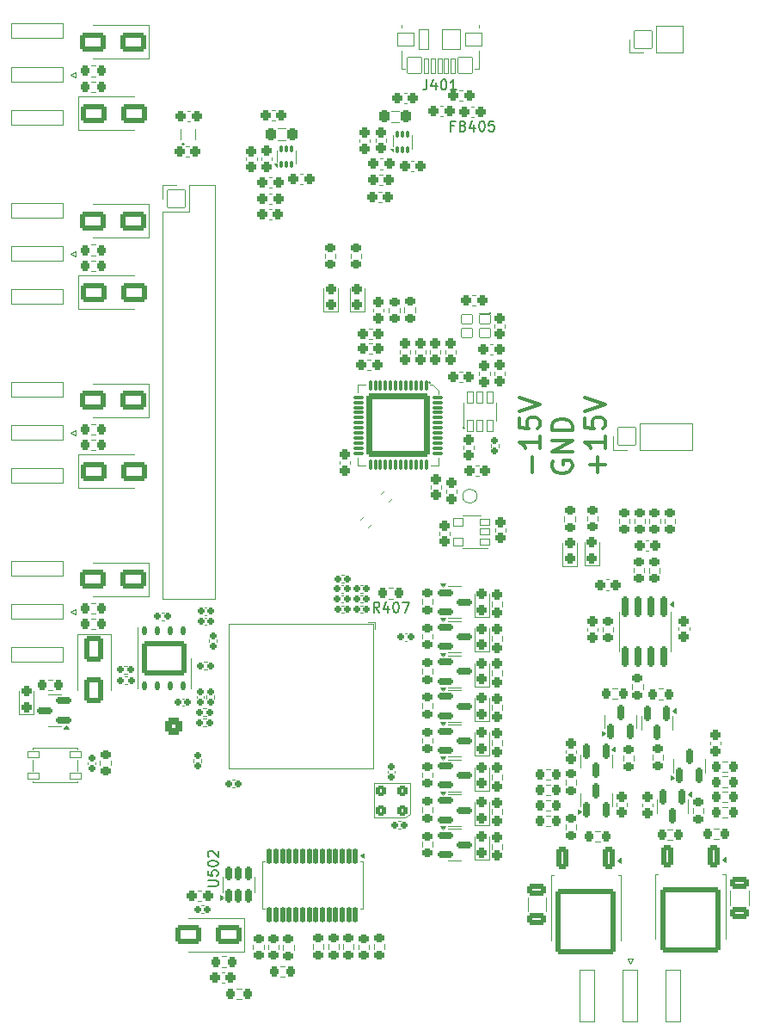
<source format=gbr>
%TF.GenerationSoftware,KiCad,Pcbnew,9.0.0-9.0.0-2~ubuntu22.04.1*%
%TF.CreationDate,2025-03-23T14:07:51-07:00*%
%TF.ProjectId,awg1,61776731-2e6b-4696-9361-645f70636258,rev?*%
%TF.SameCoordinates,Original*%
%TF.FileFunction,Legend,Top*%
%TF.FilePolarity,Positive*%
%FSLAX46Y46*%
G04 Gerber Fmt 4.6, Leading zero omitted, Abs format (unit mm)*
G04 Created by KiCad (PCBNEW 9.0.0-9.0.0-2~ubuntu22.04.1) date 2025-03-23 14:07:51*
%MOMM*%
%LPD*%
G01*
G04 APERTURE LIST*
G04 Aperture macros list*
%AMRoundRect*
0 Rectangle with rounded corners*
0 $1 Rounding radius*
0 $2 $3 $4 $5 $6 $7 $8 $9 X,Y pos of 4 corners*
0 Add a 4 corners polygon primitive as box body*
4,1,4,$2,$3,$4,$5,$6,$7,$8,$9,$2,$3,0*
0 Add four circle primitives for the rounded corners*
1,1,$1+$1,$2,$3*
1,1,$1+$1,$4,$5*
1,1,$1+$1,$6,$7*
1,1,$1+$1,$8,$9*
0 Add four rect primitives between the rounded corners*
20,1,$1+$1,$2,$3,$4,$5,0*
20,1,$1+$1,$4,$5,$6,$7,0*
20,1,$1+$1,$6,$7,$8,$9,0*
20,1,$1+$1,$8,$9,$2,$3,0*%
%AMFreePoly0*
4,1,6,0.180000,-0.105000,-0.180000,-0.105000,-0.180000,-0.075000,0.000000,0.105000,0.180000,0.105000,0.180000,-0.105000,0.180000,-0.105000,$1*%
%AMFreePoly1*
4,1,6,0.180000,-0.105000,0.000000,-0.105000,-0.180000,0.075000,-0.180000,0.105000,0.180000,0.105000,0.180000,-0.105000,0.180000,-0.105000,$1*%
%AMFreePoly2*
4,1,6,0.180000,-0.075000,0.180000,-0.105000,-0.180000,-0.105000,-0.180000,0.105000,0.000000,0.105000,0.180000,-0.075000,0.180000,-0.075000,$1*%
%AMFreePoly3*
4,1,6,0.180000,0.075000,0.000000,-0.105000,-0.180000,-0.105000,-0.180000,0.105000,0.180000,0.105000,0.180000,0.075000,0.180000,0.075000,$1*%
G04 Aperture macros list end*
%ADD10C,0.300000*%
%ADD11C,0.150000*%
%ADD12C,0.120000*%
%ADD13C,0.140357*%
%ADD14C,0.470000*%
%ADD15RoundRect,0.030000X0.225000X0.690000X-0.225000X0.690000X-0.225000X-0.690000X0.225000X-0.690000X0*%
%ADD16RoundRect,0.030000X0.825000X0.650000X-0.825000X0.650000X-0.825000X-0.650000X0.825000X-0.650000X0*%
%ADD17RoundRect,0.030000X0.712500X0.775000X-0.712500X0.775000X-0.712500X-0.775000X0.712500X-0.775000X0*%
%ADD18RoundRect,0.030000X0.900000X0.950000X-0.900000X0.950000X-0.900000X-0.950000X0.900000X-0.950000X0*%
%ADD19RoundRect,0.030000X0.500000X0.950000X-0.500000X0.950000X-0.500000X-0.950000X0.500000X-0.950000X0*%
%ADD20RoundRect,0.215000X-0.290000X0.215000X-0.290000X-0.215000X0.290000X-0.215000X0.290000X0.215000X0*%
%ADD21RoundRect,0.233750X0.233750X0.271250X-0.233750X0.271250X-0.233750X-0.271250X0.233750X-0.271250X0*%
%ADD22RoundRect,0.240000X0.265000X-0.240000X0.265000X0.240000X-0.265000X0.240000X-0.265000X-0.240000X0*%
%ADD23RoundRect,0.240000X-0.265000X0.240000X-0.265000X-0.240000X0.265000X-0.240000X0.265000X0.240000X0*%
%ADD24RoundRect,0.150000X-0.200000X0.150000X-0.200000X-0.150000X0.200000X-0.150000X0.200000X0.150000X0*%
%ADD25RoundRect,0.155000X-0.155000X-0.185000X0.155000X-0.185000X0.155000X0.185000X-0.155000X0.185000X0*%
%ADD26RoundRect,0.155000X-0.185000X0.155000X-0.185000X-0.155000X0.185000X-0.155000X0.185000X0.155000X0*%
%ADD27RoundRect,0.155000X0.155000X0.185000X-0.155000X0.185000X-0.155000X-0.185000X0.155000X-0.185000X0*%
%ADD28RoundRect,0.215000X0.215000X0.290000X-0.215000X0.290000X-0.215000X-0.290000X0.215000X-0.290000X0*%
%ADD29RoundRect,0.258333X1.021667X0.671667X-1.021667X0.671667X-1.021667X-0.671667X1.021667X-0.671667X0*%
%ADD30RoundRect,0.240000X0.240000X0.265000X-0.240000X0.265000X-0.240000X-0.265000X0.240000X-0.265000X0*%
%ADD31RoundRect,0.165000X0.165000X-0.527500X0.165000X0.527500X-0.165000X0.527500X-0.165000X-0.527500X0*%
%ADD32RoundRect,0.165000X0.165000X-0.602500X0.165000X0.602500X-0.165000X0.602500X-0.165000X-0.602500X0*%
%ADD33RoundRect,0.215000X0.290000X-0.215000X0.290000X0.215000X-0.290000X0.215000X-0.290000X-0.215000X0*%
%ADD34RoundRect,0.165000X-0.165000X0.602500X-0.165000X-0.602500X0.165000X-0.602500X0.165000X0.602500X0*%
%ADD35RoundRect,0.233750X0.271250X-0.233750X0.271250X0.233750X-0.271250X0.233750X-0.271250X-0.233750X0*%
%ADD36RoundRect,0.240000X-0.240000X-0.265000X0.240000X-0.265000X0.240000X0.265000X-0.240000X0.265000X0*%
%ADD37RoundRect,0.262500X-0.367500X0.867500X-0.367500X-0.867500X0.367500X-0.867500X0.367500X0.867500X0*%
%ADD38RoundRect,0.252584X-2.677416X2.977416X-2.677416X-2.977416X2.677416X-2.977416X2.677416X2.977416X0*%
%ADD39RoundRect,0.030000X-0.750000X-2.540000X0.750000X-2.540000X0.750000X2.540000X-0.750000X2.540000X0*%
%ADD40RoundRect,0.263043X-0.666957X0.341957X-0.666957X-0.341957X0.666957X-0.341957X0.666957X0.341957X0*%
%ADD41RoundRect,0.263043X0.666957X-0.341957X0.666957X0.341957X-0.666957X0.341957X-0.666957X-0.341957X0*%
%ADD42O,1.760000X1.760000*%
%ADD43RoundRect,0.030000X0.850000X-0.850000X0.850000X0.850000X-0.850000X0.850000X-0.850000X-0.850000X0*%
%ADD44RoundRect,0.165000X-0.165000X0.840000X-0.165000X-0.840000X0.165000X-0.840000X0.165000X0.840000X0*%
%ADD45RoundRect,0.215000X-0.215000X-0.290000X0.215000X-0.290000X0.215000X0.290000X-0.215000X0.290000X0*%
%ADD46RoundRect,0.150000X-0.150000X-0.200000X0.150000X-0.200000X0.150000X0.200000X-0.150000X0.200000X0*%
%ADD47RoundRect,0.233750X-0.271250X0.233750X-0.271250X-0.233750X0.271250X-0.233750X0.271250X0.233750X0*%
%ADD48RoundRect,0.258333X-1.021667X-0.671667X1.021667X-0.671667X1.021667X0.671667X-1.021667X0.671667X0*%
%ADD49RoundRect,0.215000X-0.053033X0.357089X-0.357089X0.053033X0.053033X-0.357089X0.357089X-0.053033X0*%
%ADD50RoundRect,0.030000X-2.540000X0.750000X-2.540000X-0.750000X2.540000X-0.750000X2.540000X0.750000X0*%
%ADD51RoundRect,0.115000X-0.115000X0.652500X-0.115000X-0.652500X0.115000X-0.652500X0.115000X0.652500X0*%
%ADD52RoundRect,0.252500X0.252500X-0.265000X0.252500X0.265000X-0.252500X0.265000X-0.252500X-0.265000X0*%
%ADD53RoundRect,0.233750X-0.233750X-0.271250X0.233750X-0.271250X0.233750X0.271250X-0.233750X0.271250X0*%
%ADD54RoundRect,0.150000X0.150000X0.200000X-0.150000X0.200000X-0.150000X-0.200000X0.150000X-0.200000X0*%
%ADD55RoundRect,0.287960X-2.842040X2.842040X-2.842040X-2.842040X2.842040X-2.842040X2.842040X2.842040X0*%
%ADD56RoundRect,0.077500X-0.452500X0.077500X-0.452500X-0.077500X0.452500X-0.077500X0.452500X0.077500X0*%
%ADD57RoundRect,0.077500X-0.077500X0.452500X-0.077500X-0.452500X0.077500X-0.452500X0.077500X0.452500X0*%
%ADD58RoundRect,0.233750X0.233750X0.396250X-0.233750X0.396250X-0.233750X-0.396250X0.233750X-0.396250X0*%
%ADD59RoundRect,0.165000X-0.602500X-0.165000X0.602500X-0.165000X0.602500X0.165000X-0.602500X0.165000X0*%
%ADD60RoundRect,0.352000X-0.528000X-0.528000X0.528000X-0.528000X0.528000X0.528000X-0.528000X0.528000X0*%
%ADD61RoundRect,0.150000X0.200000X-0.150000X0.200000X0.150000X-0.200000X0.150000X-0.200000X-0.150000X0*%
%ADD62RoundRect,0.100000X0.100000X-0.280000X0.100000X0.280000X-0.100000X0.280000X-0.100000X-0.280000X0*%
%ADD63RoundRect,0.030000X-0.850000X-0.850000X0.850000X-0.850000X0.850000X0.850000X-0.850000X0.850000X0*%
%ADD64RoundRect,0.192000X0.288000X-0.338000X0.288000X0.338000X-0.288000X0.338000X-0.288000X-0.338000X0*%
%ADD65RoundRect,0.155000X0.185000X-0.155000X0.185000X0.155000X-0.185000X0.155000X-0.185000X-0.155000X0*%
%ADD66RoundRect,0.165000X0.602500X0.165000X-0.602500X0.165000X-0.602500X-0.165000X0.602500X-0.165000X0*%
%ADD67C,1.060000*%
%ADD68RoundRect,0.254411X-1.925589X1.475589X-1.925589X-1.475589X1.925589X-1.475589X1.925589X1.475589X0*%
%ADD69RoundRect,0.140000X-0.140000X0.265000X-0.140000X-0.265000X0.140000X-0.265000X0.140000X0.265000X0*%
%ADD70RoundRect,0.258333X-0.671667X1.021667X-0.671667X-1.021667X0.671667X-1.021667X0.671667X1.021667X0*%
%ADD71RoundRect,0.030000X0.300000X-0.550000X0.300000X0.550000X-0.300000X0.550000X-0.300000X-0.550000X0*%
%ADD72RoundRect,0.030000X0.550000X0.450000X-0.550000X0.450000X-0.550000X-0.450000X0.550000X-0.450000X0*%
%ADD73RoundRect,0.120000X0.169706X0.000000X0.000000X0.169706X-0.169706X0.000000X0.000000X-0.169706X0*%
%ADD74FreePoly0,90.000000*%
%ADD75FreePoly1,90.000000*%
%ADD76FreePoly2,90.000000*%
%ADD77FreePoly3,90.000000*%
%ADD78RoundRect,0.030000X0.500000X0.350000X-0.500000X0.350000X-0.500000X-0.350000X0.500000X-0.350000X0*%
%ADD79RoundRect,0.030000X0.500000X0.325000X-0.500000X0.325000X-0.500000X-0.325000X0.500000X-0.325000X0*%
%ADD80RoundRect,0.030000X-0.525000X-0.325000X0.525000X-0.325000X0.525000X0.325000X-0.525000X0.325000X0*%
G04 APERTURE END LIST*
D10*
X192232757Y-86042041D02*
X192232757Y-84518232D01*
X192994662Y-82518232D02*
X192994662Y-83661089D01*
X192994662Y-83089661D02*
X190994662Y-83089661D01*
X190994662Y-83089661D02*
X191280376Y-83280137D01*
X191280376Y-83280137D02*
X191470852Y-83470613D01*
X191470852Y-83470613D02*
X191566090Y-83661089D01*
X190994662Y-80708708D02*
X190994662Y-81661089D01*
X190994662Y-81661089D02*
X191947043Y-81756327D01*
X191947043Y-81756327D02*
X191851804Y-81661089D01*
X191851804Y-81661089D02*
X191756566Y-81470613D01*
X191756566Y-81470613D02*
X191756566Y-80994422D01*
X191756566Y-80994422D02*
X191851804Y-80803946D01*
X191851804Y-80803946D02*
X191947043Y-80708708D01*
X191947043Y-80708708D02*
X192137519Y-80613470D01*
X192137519Y-80613470D02*
X192613709Y-80613470D01*
X192613709Y-80613470D02*
X192804185Y-80708708D01*
X192804185Y-80708708D02*
X192899424Y-80803946D01*
X192899424Y-80803946D02*
X192994662Y-80994422D01*
X192994662Y-80994422D02*
X192994662Y-81470613D01*
X192994662Y-81470613D02*
X192899424Y-81661089D01*
X192899424Y-81661089D02*
X192804185Y-81756327D01*
X190994662Y-80042041D02*
X192994662Y-79375375D01*
X192994662Y-79375375D02*
X190994662Y-78708708D01*
X194309788Y-84994422D02*
X194214550Y-85184898D01*
X194214550Y-85184898D02*
X194214550Y-85470612D01*
X194214550Y-85470612D02*
X194309788Y-85756327D01*
X194309788Y-85756327D02*
X194500264Y-85946803D01*
X194500264Y-85946803D02*
X194690740Y-86042041D01*
X194690740Y-86042041D02*
X195071692Y-86137279D01*
X195071692Y-86137279D02*
X195357407Y-86137279D01*
X195357407Y-86137279D02*
X195738359Y-86042041D01*
X195738359Y-86042041D02*
X195928835Y-85946803D01*
X195928835Y-85946803D02*
X196119312Y-85756327D01*
X196119312Y-85756327D02*
X196214550Y-85470612D01*
X196214550Y-85470612D02*
X196214550Y-85280136D01*
X196214550Y-85280136D02*
X196119312Y-84994422D01*
X196119312Y-84994422D02*
X196024073Y-84899184D01*
X196024073Y-84899184D02*
X195357407Y-84899184D01*
X195357407Y-84899184D02*
X195357407Y-85280136D01*
X196214550Y-84042041D02*
X194214550Y-84042041D01*
X194214550Y-84042041D02*
X196214550Y-82899184D01*
X196214550Y-82899184D02*
X194214550Y-82899184D01*
X196214550Y-81946803D02*
X194214550Y-81946803D01*
X194214550Y-81946803D02*
X194214550Y-81470613D01*
X194214550Y-81470613D02*
X194309788Y-81184898D01*
X194309788Y-81184898D02*
X194500264Y-80994422D01*
X194500264Y-80994422D02*
X194690740Y-80899184D01*
X194690740Y-80899184D02*
X195071692Y-80803946D01*
X195071692Y-80803946D02*
X195357407Y-80803946D01*
X195357407Y-80803946D02*
X195738359Y-80899184D01*
X195738359Y-80899184D02*
X195928835Y-80994422D01*
X195928835Y-80994422D02*
X196119312Y-81184898D01*
X196119312Y-81184898D02*
X196214550Y-81470613D01*
X196214550Y-81470613D02*
X196214550Y-81946803D01*
X198672533Y-86042041D02*
X198672533Y-84518232D01*
X199434438Y-85280136D02*
X197910628Y-85280136D01*
X199434438Y-82518232D02*
X199434438Y-83661089D01*
X199434438Y-83089661D02*
X197434438Y-83089661D01*
X197434438Y-83089661D02*
X197720152Y-83280137D01*
X197720152Y-83280137D02*
X197910628Y-83470613D01*
X197910628Y-83470613D02*
X198005866Y-83661089D01*
X197434438Y-80708708D02*
X197434438Y-81661089D01*
X197434438Y-81661089D02*
X198386819Y-81756327D01*
X198386819Y-81756327D02*
X198291580Y-81661089D01*
X198291580Y-81661089D02*
X198196342Y-81470613D01*
X198196342Y-81470613D02*
X198196342Y-80994422D01*
X198196342Y-80994422D02*
X198291580Y-80803946D01*
X198291580Y-80803946D02*
X198386819Y-80708708D01*
X198386819Y-80708708D02*
X198577295Y-80613470D01*
X198577295Y-80613470D02*
X199053485Y-80613470D01*
X199053485Y-80613470D02*
X199243961Y-80708708D01*
X199243961Y-80708708D02*
X199339200Y-80803946D01*
X199339200Y-80803946D02*
X199434438Y-80994422D01*
X199434438Y-80994422D02*
X199434438Y-81470613D01*
X199434438Y-81470613D02*
X199339200Y-81661089D01*
X199339200Y-81661089D02*
X199243961Y-81756327D01*
X197434438Y-80042041D02*
X199434438Y-79375375D01*
X199434438Y-79375375D02*
X197434438Y-78708708D01*
D11*
X181894485Y-47421219D02*
X181894485Y-48135504D01*
X181894485Y-48135504D02*
X181846866Y-48278361D01*
X181846866Y-48278361D02*
X181751628Y-48373600D01*
X181751628Y-48373600D02*
X181608771Y-48421219D01*
X181608771Y-48421219D02*
X181513533Y-48421219D01*
X182799247Y-47754552D02*
X182799247Y-48421219D01*
X182561152Y-47373600D02*
X182323057Y-48087885D01*
X182323057Y-48087885D02*
X182942104Y-48087885D01*
X183513533Y-47421219D02*
X183608771Y-47421219D01*
X183608771Y-47421219D02*
X183704009Y-47468838D01*
X183704009Y-47468838D02*
X183751628Y-47516457D01*
X183751628Y-47516457D02*
X183799247Y-47611695D01*
X183799247Y-47611695D02*
X183846866Y-47802171D01*
X183846866Y-47802171D02*
X183846866Y-48040266D01*
X183846866Y-48040266D02*
X183799247Y-48230742D01*
X183799247Y-48230742D02*
X183751628Y-48325980D01*
X183751628Y-48325980D02*
X183704009Y-48373600D01*
X183704009Y-48373600D02*
X183608771Y-48421219D01*
X183608771Y-48421219D02*
X183513533Y-48421219D01*
X183513533Y-48421219D02*
X183418295Y-48373600D01*
X183418295Y-48373600D02*
X183370676Y-48325980D01*
X183370676Y-48325980D02*
X183323057Y-48230742D01*
X183323057Y-48230742D02*
X183275438Y-48040266D01*
X183275438Y-48040266D02*
X183275438Y-47802171D01*
X183275438Y-47802171D02*
X183323057Y-47611695D01*
X183323057Y-47611695D02*
X183370676Y-47516457D01*
X183370676Y-47516457D02*
X183418295Y-47468838D01*
X183418295Y-47468838D02*
X183513533Y-47421219D01*
X184799247Y-48421219D02*
X184227819Y-48421219D01*
X184513533Y-48421219D02*
X184513533Y-47421219D01*
X184513533Y-47421219D02*
X184418295Y-47564076D01*
X184418295Y-47564076D02*
X184323057Y-47659314D01*
X184323057Y-47659314D02*
X184227819Y-47706933D01*
X184599585Y-51983209D02*
X184266252Y-51983209D01*
X184266252Y-52507019D02*
X184266252Y-51507019D01*
X184266252Y-51507019D02*
X184742442Y-51507019D01*
X185456728Y-51983209D02*
X185599585Y-52030828D01*
X185599585Y-52030828D02*
X185647204Y-52078447D01*
X185647204Y-52078447D02*
X185694823Y-52173685D01*
X185694823Y-52173685D02*
X185694823Y-52316542D01*
X185694823Y-52316542D02*
X185647204Y-52411780D01*
X185647204Y-52411780D02*
X185599585Y-52459400D01*
X185599585Y-52459400D02*
X185504347Y-52507019D01*
X185504347Y-52507019D02*
X185123395Y-52507019D01*
X185123395Y-52507019D02*
X185123395Y-51507019D01*
X185123395Y-51507019D02*
X185456728Y-51507019D01*
X185456728Y-51507019D02*
X185551966Y-51554638D01*
X185551966Y-51554638D02*
X185599585Y-51602257D01*
X185599585Y-51602257D02*
X185647204Y-51697495D01*
X185647204Y-51697495D02*
X185647204Y-51792733D01*
X185647204Y-51792733D02*
X185599585Y-51887971D01*
X185599585Y-51887971D02*
X185551966Y-51935590D01*
X185551966Y-51935590D02*
X185456728Y-51983209D01*
X185456728Y-51983209D02*
X185123395Y-51983209D01*
X186551966Y-51840352D02*
X186551966Y-52507019D01*
X186313871Y-51459400D02*
X186075776Y-52173685D01*
X186075776Y-52173685D02*
X186694823Y-52173685D01*
X187266252Y-51507019D02*
X187361490Y-51507019D01*
X187361490Y-51507019D02*
X187456728Y-51554638D01*
X187456728Y-51554638D02*
X187504347Y-51602257D01*
X187504347Y-51602257D02*
X187551966Y-51697495D01*
X187551966Y-51697495D02*
X187599585Y-51887971D01*
X187599585Y-51887971D02*
X187599585Y-52126066D01*
X187599585Y-52126066D02*
X187551966Y-52316542D01*
X187551966Y-52316542D02*
X187504347Y-52411780D01*
X187504347Y-52411780D02*
X187456728Y-52459400D01*
X187456728Y-52459400D02*
X187361490Y-52507019D01*
X187361490Y-52507019D02*
X187266252Y-52507019D01*
X187266252Y-52507019D02*
X187171014Y-52459400D01*
X187171014Y-52459400D02*
X187123395Y-52411780D01*
X187123395Y-52411780D02*
X187075776Y-52316542D01*
X187075776Y-52316542D02*
X187028157Y-52126066D01*
X187028157Y-52126066D02*
X187028157Y-51887971D01*
X187028157Y-51887971D02*
X187075776Y-51697495D01*
X187075776Y-51697495D02*
X187123395Y-51602257D01*
X187123395Y-51602257D02*
X187171014Y-51554638D01*
X187171014Y-51554638D02*
X187266252Y-51507019D01*
X188504347Y-51507019D02*
X188028157Y-51507019D01*
X188028157Y-51507019D02*
X187980538Y-51983209D01*
X187980538Y-51983209D02*
X188028157Y-51935590D01*
X188028157Y-51935590D02*
X188123395Y-51887971D01*
X188123395Y-51887971D02*
X188361490Y-51887971D01*
X188361490Y-51887971D02*
X188456728Y-51935590D01*
X188456728Y-51935590D02*
X188504347Y-51983209D01*
X188504347Y-51983209D02*
X188551966Y-52078447D01*
X188551966Y-52078447D02*
X188551966Y-52316542D01*
X188551966Y-52316542D02*
X188504347Y-52411780D01*
X188504347Y-52411780D02*
X188456728Y-52459400D01*
X188456728Y-52459400D02*
X188361490Y-52507019D01*
X188361490Y-52507019D02*
X188123395Y-52507019D01*
X188123395Y-52507019D02*
X188028157Y-52459400D01*
X188028157Y-52459400D02*
X187980538Y-52411780D01*
X160338419Y-126783885D02*
X161147942Y-126783885D01*
X161147942Y-126783885D02*
X161243180Y-126736266D01*
X161243180Y-126736266D02*
X161290800Y-126688647D01*
X161290800Y-126688647D02*
X161338419Y-126593409D01*
X161338419Y-126593409D02*
X161338419Y-126402933D01*
X161338419Y-126402933D02*
X161290800Y-126307695D01*
X161290800Y-126307695D02*
X161243180Y-126260076D01*
X161243180Y-126260076D02*
X161147942Y-126212457D01*
X161147942Y-126212457D02*
X160338419Y-126212457D01*
X160338419Y-125260076D02*
X160338419Y-125736266D01*
X160338419Y-125736266D02*
X160814609Y-125783885D01*
X160814609Y-125783885D02*
X160766990Y-125736266D01*
X160766990Y-125736266D02*
X160719371Y-125641028D01*
X160719371Y-125641028D02*
X160719371Y-125402933D01*
X160719371Y-125402933D02*
X160766990Y-125307695D01*
X160766990Y-125307695D02*
X160814609Y-125260076D01*
X160814609Y-125260076D02*
X160909847Y-125212457D01*
X160909847Y-125212457D02*
X161147942Y-125212457D01*
X161147942Y-125212457D02*
X161243180Y-125260076D01*
X161243180Y-125260076D02*
X161290800Y-125307695D01*
X161290800Y-125307695D02*
X161338419Y-125402933D01*
X161338419Y-125402933D02*
X161338419Y-125641028D01*
X161338419Y-125641028D02*
X161290800Y-125736266D01*
X161290800Y-125736266D02*
X161243180Y-125783885D01*
X160338419Y-124593409D02*
X160338419Y-124498171D01*
X160338419Y-124498171D02*
X160386038Y-124402933D01*
X160386038Y-124402933D02*
X160433657Y-124355314D01*
X160433657Y-124355314D02*
X160528895Y-124307695D01*
X160528895Y-124307695D02*
X160719371Y-124260076D01*
X160719371Y-124260076D02*
X160957466Y-124260076D01*
X160957466Y-124260076D02*
X161147942Y-124307695D01*
X161147942Y-124307695D02*
X161243180Y-124355314D01*
X161243180Y-124355314D02*
X161290800Y-124402933D01*
X161290800Y-124402933D02*
X161338419Y-124498171D01*
X161338419Y-124498171D02*
X161338419Y-124593409D01*
X161338419Y-124593409D02*
X161290800Y-124688647D01*
X161290800Y-124688647D02*
X161243180Y-124736266D01*
X161243180Y-124736266D02*
X161147942Y-124783885D01*
X161147942Y-124783885D02*
X160957466Y-124831504D01*
X160957466Y-124831504D02*
X160719371Y-124831504D01*
X160719371Y-124831504D02*
X160528895Y-124783885D01*
X160528895Y-124783885D02*
X160433657Y-124736266D01*
X160433657Y-124736266D02*
X160386038Y-124688647D01*
X160386038Y-124688647D02*
X160338419Y-124593409D01*
X160433657Y-123879123D02*
X160386038Y-123831504D01*
X160386038Y-123831504D02*
X160338419Y-123736266D01*
X160338419Y-123736266D02*
X160338419Y-123498171D01*
X160338419Y-123498171D02*
X160386038Y-123402933D01*
X160386038Y-123402933D02*
X160433657Y-123355314D01*
X160433657Y-123355314D02*
X160528895Y-123307695D01*
X160528895Y-123307695D02*
X160624133Y-123307695D01*
X160624133Y-123307695D02*
X160766990Y-123355314D01*
X160766990Y-123355314D02*
X161338419Y-123926742D01*
X161338419Y-123926742D02*
X161338419Y-123307695D01*
X177230952Y-99844819D02*
X176897619Y-99368628D01*
X176659524Y-99844819D02*
X176659524Y-98844819D01*
X176659524Y-98844819D02*
X177040476Y-98844819D01*
X177040476Y-98844819D02*
X177135714Y-98892438D01*
X177135714Y-98892438D02*
X177183333Y-98940057D01*
X177183333Y-98940057D02*
X177230952Y-99035295D01*
X177230952Y-99035295D02*
X177230952Y-99178152D01*
X177230952Y-99178152D02*
X177183333Y-99273390D01*
X177183333Y-99273390D02*
X177135714Y-99321009D01*
X177135714Y-99321009D02*
X177040476Y-99368628D01*
X177040476Y-99368628D02*
X176659524Y-99368628D01*
X178088095Y-99178152D02*
X178088095Y-99844819D01*
X177850000Y-98797200D02*
X177611905Y-99511485D01*
X177611905Y-99511485D02*
X178230952Y-99511485D01*
X178802381Y-98844819D02*
X178897619Y-98844819D01*
X178897619Y-98844819D02*
X178992857Y-98892438D01*
X178992857Y-98892438D02*
X179040476Y-98940057D01*
X179040476Y-98940057D02*
X179088095Y-99035295D01*
X179088095Y-99035295D02*
X179135714Y-99225771D01*
X179135714Y-99225771D02*
X179135714Y-99463866D01*
X179135714Y-99463866D02*
X179088095Y-99654342D01*
X179088095Y-99654342D02*
X179040476Y-99749580D01*
X179040476Y-99749580D02*
X178992857Y-99797200D01*
X178992857Y-99797200D02*
X178897619Y-99844819D01*
X178897619Y-99844819D02*
X178802381Y-99844819D01*
X178802381Y-99844819D02*
X178707143Y-99797200D01*
X178707143Y-99797200D02*
X178659524Y-99749580D01*
X178659524Y-99749580D02*
X178611905Y-99654342D01*
X178611905Y-99654342D02*
X178564286Y-99463866D01*
X178564286Y-99463866D02*
X178564286Y-99225771D01*
X178564286Y-99225771D02*
X178611905Y-99035295D01*
X178611905Y-99035295D02*
X178659524Y-98940057D01*
X178659524Y-98940057D02*
X178707143Y-98892438D01*
X178707143Y-98892438D02*
X178802381Y-98844819D01*
X179469048Y-98844819D02*
X180135714Y-98844819D01*
X180135714Y-98844819D02*
X179707143Y-99844819D01*
D12*
%TO.C,U201*%
X162413400Y-100974981D02*
X162413400Y-115174981D01*
X162413400Y-115174981D02*
X176613400Y-115174981D01*
X176613400Y-100974981D02*
X162413400Y-100974981D01*
X176613400Y-115174981D02*
X176613400Y-100974981D01*
X176813400Y-100774981D02*
X176113400Y-100774981D01*
X176813400Y-101474981D02*
X176813400Y-100774981D01*
%TO.C,J401*%
X186990200Y-46376400D02*
X186610200Y-46376400D01*
X186990200Y-44606400D02*
X186990200Y-46376400D01*
X186990200Y-42066400D02*
X186990200Y-42326400D01*
X179370200Y-46376400D02*
X179750200Y-46376400D01*
X179370200Y-46376400D02*
X179370200Y-44606400D01*
X179370200Y-42326400D02*
X179370200Y-42066400D01*
%TO.C,R2037*%
X179211500Y-69866742D02*
X179211500Y-70341258D01*
X178166500Y-69866742D02*
X178166500Y-70341258D01*
%TO.C,R2036*%
X180735500Y-69841342D02*
X180735500Y-70315858D01*
X179690500Y-69841342D02*
X179690500Y-70315858D01*
%TO.C,FB405*%
X186548079Y-50112200D02*
X186222521Y-50112200D01*
X186548079Y-51132200D02*
X186222521Y-51132200D01*
%TO.C,C2011*%
X195552600Y-113665580D02*
X195552600Y-113384420D01*
X196572600Y-113665580D02*
X196572600Y-113384420D01*
%TO.C,C2010*%
X210822000Y-112572220D02*
X210822000Y-112853380D01*
X209802000Y-112572220D02*
X209802000Y-112853380D01*
%TO.C,R211*%
X161238200Y-102793041D02*
X161238200Y-102485759D01*
X160478200Y-102793041D02*
X160478200Y-102485759D01*
%TO.C,C234*%
X162759564Y-117047600D02*
X162975236Y-117047600D01*
X162759564Y-116327600D02*
X162975236Y-116327600D01*
%TO.C,C233*%
X179726764Y-102645800D02*
X179942436Y-102645800D01*
X179726764Y-101925800D02*
X179942436Y-101925800D01*
%TO.C,C232*%
X178024200Y-115434164D02*
X178024200Y-115649836D01*
X178744200Y-115434164D02*
X178744200Y-115649836D01*
%TO.C,C231*%
X173694036Y-96185400D02*
X173478364Y-96185400D01*
X173694036Y-96905400D02*
X173478364Y-96905400D01*
%TO.C,C230*%
X160224236Y-100091600D02*
X160008564Y-100091600D01*
X160224236Y-99371600D02*
X160008564Y-99371600D01*
%TO.C,C229*%
X160226836Y-101096400D02*
X160011164Y-101096400D01*
X160226836Y-100376400D02*
X160011164Y-100376400D01*
%TO.C,C228*%
X175380764Y-99877200D02*
X175596436Y-99877200D01*
X175380764Y-99157200D02*
X175596436Y-99157200D01*
%TO.C,C227*%
X175380764Y-98886600D02*
X175596436Y-98886600D01*
X175380764Y-98166600D02*
X175596436Y-98166600D01*
%TO.C,C226*%
X173694036Y-99157200D02*
X173478364Y-99157200D01*
X173694036Y-99877200D02*
X173478364Y-99877200D01*
%TO.C,C225*%
X175380764Y-97896000D02*
X175596436Y-97896000D01*
X175380764Y-97176000D02*
X175596436Y-97176000D01*
%TO.C,C224*%
X173668636Y-97176000D02*
X173452964Y-97176000D01*
X173668636Y-97896000D02*
X173452964Y-97896000D01*
%TO.C,C223*%
X173668636Y-98166600D02*
X173452964Y-98166600D01*
X173668636Y-98886600D02*
X173452964Y-98886600D01*
%TO.C,FB404*%
X159700179Y-127226600D02*
X159374621Y-127226600D01*
X159700179Y-128246600D02*
X159374621Y-128246600D01*
%TO.C,R2030*%
X163660858Y-136840700D02*
X163186342Y-136840700D01*
X163660858Y-137885700D02*
X163186342Y-137885700D01*
%TO.C,R2029*%
X162162258Y-133691100D02*
X161687742Y-133691100D01*
X162162258Y-134736100D02*
X161687742Y-134736100D01*
%TO.C,D1404*%
X163885600Y-129922000D02*
X158375600Y-129922000D01*
X163885600Y-133222000D02*
X158375600Y-133222000D01*
X163885600Y-133222000D02*
X163885600Y-129922000D01*
%TO.C,C2009*%
X161963980Y-135253000D02*
X161682820Y-135253000D01*
X161963980Y-136273000D02*
X161682820Y-136273000D01*
%TO.C,C222*%
X159899236Y-128697400D02*
X159683564Y-128697400D01*
X159899236Y-129417400D02*
X159683564Y-129417400D01*
%TO.C,U502*%
X161847600Y-127924500D02*
X161517600Y-128164500D01*
X161517600Y-127684500D01*
X161847600Y-127924500D01*
G36*
X161847600Y-127924500D02*
G01*
X161517600Y-128164500D01*
X161517600Y-127684500D01*
X161847600Y-127924500D01*
G37*
X164917600Y-126624500D02*
X164917600Y-125824500D01*
X164917600Y-126624500D02*
X164917600Y-127424500D01*
X161797600Y-126624500D02*
X161797600Y-125824500D01*
X161797600Y-126624500D02*
X161797600Y-127424500D01*
%TO.C,Q2002*%
X209287000Y-114937100D02*
X209287000Y-114287100D01*
X209287000Y-114937100D02*
X209287000Y-115587100D01*
X206167000Y-114937100D02*
X206167000Y-114287100D01*
X206167000Y-114937100D02*
X206167000Y-115587100D01*
X206217000Y-116099600D02*
X205887000Y-116339600D01*
X205887000Y-115859600D01*
X206217000Y-116099600D01*
G36*
X206217000Y-116099600D02*
G01*
X205887000Y-116339600D01*
X205887000Y-115859600D01*
X206217000Y-116099600D01*
G37*
%TO.C,R2020*%
X211456758Y-114499600D02*
X210982242Y-114499600D01*
X211456758Y-115544600D02*
X210982242Y-115544600D01*
%TO.C,R2014*%
X211466758Y-115989600D02*
X210992242Y-115989600D01*
X211466758Y-117034600D02*
X210992242Y-117034600D01*
%TO.C,R2018*%
X211476758Y-118989600D02*
X211002242Y-118989600D01*
X211476758Y-120034600D02*
X211002242Y-120034600D01*
%TO.C,R2016*%
X211476758Y-117489600D02*
X211002242Y-117489600D01*
X211476758Y-118534600D02*
X211002242Y-118534600D01*
%TO.C,C2007*%
X204095300Y-118662720D02*
X204095300Y-118943880D01*
X203075300Y-118662720D02*
X203075300Y-118943880D01*
%TO.C,R2008*%
X202232000Y-95934358D02*
X202232000Y-95459842D01*
X203277000Y-95934358D02*
X203277000Y-95459842D01*
%TO.C,Q2003*%
X200414500Y-113540100D02*
X200084500Y-113300100D01*
X200414500Y-113060100D01*
X200414500Y-113540100D01*
G36*
X200414500Y-113540100D02*
G01*
X200084500Y-113300100D01*
X200414500Y-113060100D01*
X200414500Y-113540100D01*
G37*
X197014500Y-114462600D02*
X197014500Y-115112600D01*
X197014500Y-114462600D02*
X197014500Y-113812600D01*
X200134500Y-114462600D02*
X200134500Y-115112600D01*
X200134500Y-114462600D02*
X200134500Y-113812600D01*
%TO.C,Q2006*%
X197067700Y-119465100D02*
X196737700Y-119705100D01*
X196737700Y-119225100D01*
X197067700Y-119465100D01*
G36*
X197067700Y-119465100D02*
G01*
X196737700Y-119705100D01*
X196737700Y-119225100D01*
X197067700Y-119465100D01*
G37*
X197017700Y-118302600D02*
X197017700Y-118952600D01*
X197017700Y-118302600D02*
X197017700Y-117652600D01*
X200137700Y-118302600D02*
X200137700Y-118952600D01*
X200137700Y-118302600D02*
X200137700Y-117652600D01*
%TO.C,D2001*%
X197410400Y-92913700D02*
X197410400Y-95198700D01*
X198880400Y-95198700D02*
X198880400Y-92913700D01*
X197410400Y-95198700D02*
X198880400Y-95198700D01*
%TO.C,R2013*%
X194068858Y-120873133D02*
X193594342Y-120873133D01*
X194068858Y-119828133D02*
X193594342Y-119828133D01*
%TO.C,R2027*%
X206083158Y-122214600D02*
X205608642Y-122214600D01*
X206083158Y-121169600D02*
X205608642Y-121169600D01*
%TO.C,R2023*%
X210647058Y-122129400D02*
X210172542Y-122129400D01*
X210647058Y-121084400D02*
X210172542Y-121084400D01*
%TO.C,R2019*%
X194068958Y-115296000D02*
X193594442Y-115296000D01*
X194068958Y-116341000D02*
X193594442Y-116341000D01*
%TO.C,C2004*%
X199558520Y-97634100D02*
X199839680Y-97634100D01*
X199558520Y-96614100D02*
X199839680Y-96614100D01*
%TO.C,Q2008*%
X201016100Y-124521900D02*
X200686100Y-124281900D01*
X201016100Y-124041900D01*
X201016100Y-124521900D01*
G36*
X201016100Y-124521900D02*
G01*
X200686100Y-124281900D01*
X201016100Y-124041900D01*
X201016100Y-124521900D01*
G37*
X194096100Y-132121900D02*
X194096100Y-125701900D01*
X200996100Y-132121900D02*
X200996100Y-125701900D01*
X194096100Y-125701900D02*
X194366100Y-125701900D01*
X200996100Y-125701900D02*
X200726100Y-125701900D01*
%TO.C,J2005*%
X202179200Y-133899600D02*
X201679200Y-133899600D01*
X201679200Y-133899600D02*
X201929200Y-134399600D01*
X201929200Y-134399600D02*
X202179200Y-133899600D01*
%TO.C,R2025*%
X208065800Y-119586358D02*
X208065800Y-119111842D01*
X209110800Y-119586358D02*
X209110800Y-119111842D01*
%TO.C,C2006*%
X191825200Y-127861748D02*
X191825200Y-129284252D01*
X193645200Y-127861748D02*
X193645200Y-129284252D01*
%TO.C,R2034*%
X204119500Y-113865842D02*
X204119500Y-114340358D01*
X205164500Y-113865842D02*
X205164500Y-114340358D01*
%TO.C,C2005*%
X211755900Y-128638352D02*
X211755900Y-127215848D01*
X213575900Y-128638352D02*
X213575900Y-127215848D01*
%TO.C,R2035*%
X201258600Y-113954242D02*
X201258600Y-114428758D01*
X202303600Y-113954242D02*
X202303600Y-114428758D01*
%TO.C,J1801*%
X202844400Y-81220000D02*
X207984400Y-81220000D01*
X207984400Y-83880000D02*
X207984400Y-81220000D01*
X202844400Y-83880000D02*
X202844400Y-81220000D01*
X202844400Y-83880000D02*
X207984400Y-83880000D01*
X201574400Y-83880000D02*
X200244400Y-83880000D01*
X200244400Y-83880000D02*
X200244400Y-82550000D01*
%TO.C,D2002*%
X195226000Y-92984200D02*
X195226000Y-95269200D01*
X196696000Y-95269200D02*
X196696000Y-92984200D01*
X195226000Y-95269200D02*
X196696000Y-95269200D01*
%TO.C,R2026*%
X195569800Y-121199758D02*
X195569800Y-120725242D01*
X196614800Y-121199758D02*
X196614800Y-120725242D01*
%TO.C,U2001*%
X206149500Y-99282100D02*
X205819500Y-99042100D01*
X206149500Y-98802100D01*
X206149500Y-99282100D01*
G36*
X206149500Y-99282100D02*
G01*
X205819500Y-99042100D01*
X206149500Y-98802100D01*
X206149500Y-99282100D01*
G37*
X200794500Y-101742100D02*
X200794500Y-103692100D01*
X200794500Y-101742100D02*
X200794500Y-99792100D01*
X205914500Y-101742100D02*
X205914500Y-103692100D01*
X205914500Y-101742100D02*
X205914500Y-99792100D01*
%TO.C,Q2001*%
X206394500Y-109787100D02*
X206064500Y-109547100D01*
X206394500Y-109307100D01*
X206394500Y-109787100D01*
G36*
X206394500Y-109787100D02*
G01*
X206064500Y-109547100D01*
X206394500Y-109307100D01*
X206394500Y-109787100D01*
G37*
X202994500Y-110709600D02*
X202994500Y-111359600D01*
X202994500Y-110709600D02*
X202994500Y-110059600D01*
X206114500Y-110709600D02*
X206114500Y-111359600D01*
X206114500Y-110709600D02*
X206114500Y-110059600D01*
%TO.C,Q2005*%
X207914500Y-117997100D02*
X207584500Y-117757100D01*
X207914500Y-117517100D01*
X207914500Y-117997100D01*
G36*
X207914500Y-117997100D02*
G01*
X207584500Y-117757100D01*
X207914500Y-117517100D01*
X207914500Y-117997100D01*
G37*
X204514500Y-118919600D02*
X204514500Y-119569600D01*
X204514500Y-118919600D02*
X204514500Y-118269600D01*
X207634500Y-118919600D02*
X207634500Y-119569600D01*
X207634500Y-118919600D02*
X207634500Y-118269600D01*
%TO.C,R2007*%
X203782000Y-95939358D02*
X203782000Y-95464842D01*
X204827000Y-95939358D02*
X204827000Y-95464842D01*
%TO.C,R2006*%
X200832000Y-91089358D02*
X200832000Y-90614842D01*
X201877000Y-91089358D02*
X201877000Y-90614842D01*
%TO.C,C2002*%
X207727500Y-101313920D02*
X207727500Y-101595080D01*
X206707500Y-101313920D02*
X206707500Y-101595080D01*
%TO.C,Q2004*%
X199445100Y-111764300D02*
X199115100Y-112004300D01*
X199115100Y-111524300D01*
X199445100Y-111764300D01*
G36*
X199445100Y-111764300D02*
G01*
X199115100Y-112004300D01*
X199115100Y-111524300D01*
X199445100Y-111764300D01*
G37*
X199395100Y-110601800D02*
X199395100Y-111251800D01*
X199395100Y-110601800D02*
X199395100Y-109951800D01*
X202515100Y-110601800D02*
X202515100Y-111251800D01*
X202515100Y-110601800D02*
X202515100Y-109951800D01*
%TO.C,R2004*%
X203812000Y-91089358D02*
X203812000Y-90614842D01*
X204857000Y-91089358D02*
X204857000Y-90614842D01*
%TO.C,R2003*%
X202322000Y-91089358D02*
X202322000Y-90614842D01*
X203367000Y-91089358D02*
X203367000Y-90614842D01*
%TO.C,R2022*%
X196483500Y-90877658D02*
X196483500Y-90403142D01*
X195438500Y-90877658D02*
X195438500Y-90403142D01*
%TO.C,C2003*%
X197654500Y-101677680D02*
X197654500Y-101396520D01*
X198674500Y-101677680D02*
X198674500Y-101396520D01*
%TO.C,R2005*%
X205302000Y-91089358D02*
X205302000Y-90614842D01*
X206347000Y-91089358D02*
X206347000Y-90614842D01*
%TO.C,Q2007*%
X211308400Y-124392100D02*
X210978400Y-124152100D01*
X211308400Y-123912100D01*
X211308400Y-124392100D01*
G36*
X211308400Y-124392100D02*
G01*
X210978400Y-124152100D01*
X211308400Y-123912100D01*
X211308400Y-124392100D01*
G37*
X204388400Y-131992100D02*
X204388400Y-125572100D01*
X211288400Y-131992100D02*
X211288400Y-125572100D01*
X204388400Y-125572100D02*
X204658400Y-125572100D01*
X211288400Y-125572100D02*
X211018400Y-125572100D01*
%TO.C,R2024*%
X195544400Y-116792358D02*
X195544400Y-116317842D01*
X196589400Y-116792358D02*
X196589400Y-116317842D01*
%TO.C,R2009*%
X199202000Y-101279842D02*
X199202000Y-101754358D01*
X200247000Y-101279842D02*
X200247000Y-101754358D01*
%TO.C,R2015*%
X194068858Y-119359800D02*
X193594342Y-119359800D01*
X194068858Y-118314800D02*
X193594342Y-118314800D01*
%TO.C,C2001*%
X203740080Y-93747100D02*
X203458920Y-93747100D01*
X203740080Y-92727100D02*
X203458920Y-92727100D01*
%TO.C,R2010*%
X203167200Y-107392958D02*
X203167200Y-106918442D01*
X202122200Y-107392958D02*
X202122200Y-106918442D01*
%TO.C,R2021*%
X198718700Y-90826858D02*
X198718700Y-90352342D01*
X197673700Y-90826858D02*
X197673700Y-90352342D01*
%TO.C,R2017*%
X194068958Y-117854334D02*
X193594442Y-117854334D01*
X194068958Y-116809334D02*
X193594442Y-116809334D01*
%TO.C,R2032*%
X204680242Y-108402600D02*
X205154758Y-108402600D01*
X204680242Y-107357600D02*
X205154758Y-107357600D01*
%TO.C,C2008*%
X201555300Y-118905480D02*
X201555300Y-118624320D01*
X200535300Y-118905480D02*
X200535300Y-118624320D01*
%TO.C,R2028*%
X198949858Y-121338400D02*
X198475342Y-121338400D01*
X198949858Y-122383400D02*
X198475342Y-122383400D01*
%TO.C,R2031*%
X200633558Y-107332200D02*
X200159042Y-107332200D01*
X200633558Y-108377200D02*
X200159042Y-108377200D01*
%TO.C,J1802*%
X204459000Y-42129400D02*
X207059000Y-42129400D01*
X207059000Y-44789400D02*
X207059000Y-42129400D01*
X204459000Y-44789400D02*
X204459000Y-42129400D01*
X204459000Y-44789400D02*
X207059000Y-44789400D01*
X203189000Y-44789400D02*
X201859000Y-44789400D01*
X201859000Y-44789400D02*
X201859000Y-43459400D01*
%TO.C,R212*%
X144583664Y-107491578D02*
X145058180Y-107491578D01*
X144583664Y-106446578D02*
X145058180Y-106446578D01*
%TO.C,R1001*%
X182450922Y-109263667D02*
X182450922Y-108789151D01*
X181405922Y-109263667D02*
X181405922Y-108789151D01*
%TO.C,R208*%
X152384563Y-105859078D02*
X152077281Y-105859078D01*
X152384563Y-105099078D02*
X152077281Y-105099078D01*
%TO.C,R404*%
X186550172Y-83439652D02*
X186550172Y-83765210D01*
X185530172Y-83439652D02*
X185530172Y-83765210D01*
%TO.C,D1402*%
X147550922Y-49079078D02*
X147550922Y-52379078D01*
X147550922Y-49079078D02*
X153060922Y-49079078D01*
X147550922Y-52379078D02*
X153060922Y-52379078D01*
%TO.C,C309*%
X166655279Y-59660000D02*
X166329721Y-59660000D01*
X166655279Y-58640000D02*
X166329721Y-58640000D01*
%TO.C,R203*%
X160950000Y-107996359D02*
X160950000Y-108303641D01*
X160190000Y-107996359D02*
X160190000Y-108303641D01*
%TO.C,R1301*%
X182450922Y-99029383D02*
X182450922Y-98554867D01*
X181405922Y-99029383D02*
X181405922Y-98554867D01*
%TO.C,C312*%
X177850000Y-53545580D02*
X177850000Y-53264420D01*
X176830000Y-53545580D02*
X176830000Y-53264420D01*
%TO.C,C402*%
X189536476Y-71852710D02*
X189536476Y-71527152D01*
X188516476Y-71852710D02*
X188516476Y-71527152D01*
%TO.C,R801*%
X182450922Y-116086523D02*
X182450922Y-115612007D01*
X181405922Y-116086523D02*
X181405922Y-115612007D01*
%TO.C,R409*%
X176431393Y-91134534D02*
X176095860Y-91470067D01*
X175692466Y-90395607D02*
X175356933Y-90731140D01*
%TO.C,D701*%
X188053422Y-120770693D02*
X188053422Y-118485693D01*
X186583422Y-120770693D02*
X188053422Y-120770693D01*
X186583422Y-118485693D02*
X186583422Y-120770693D01*
%TO.C,C403*%
X185445279Y-49520000D02*
X185119721Y-49520000D01*
X185445279Y-48500000D02*
X185119721Y-48500000D01*
%TO.C,J1701*%
X147330922Y-64793574D02*
X147330922Y-64293574D01*
X147330922Y-64293574D02*
X146830922Y-64543574D01*
X146830922Y-64543574D02*
X147330922Y-64793574D01*
%TO.C,U501*%
X175645922Y-124029981D02*
X175315922Y-123789981D01*
X175645922Y-123549981D01*
X175645922Y-124029981D01*
G36*
X175645922Y-124029981D02*
G01*
X175315922Y-123789981D01*
X175645922Y-123549981D01*
X175645922Y-124029981D01*
G37*
X175590922Y-128999981D02*
X175315922Y-128999981D01*
X175590922Y-126689981D02*
X175590922Y-128999981D01*
X175590922Y-126689981D02*
X175590922Y-124379981D01*
X175590922Y-124379981D02*
X175315922Y-124379981D01*
X165670922Y-128999981D02*
X165945922Y-128999981D01*
X165670922Y-126689981D02*
X165670922Y-128999981D01*
X165670922Y-126689981D02*
X165670922Y-124379981D01*
X165670922Y-124379981D02*
X165945922Y-124379981D01*
%TO.C,R1302*%
X189320922Y-99244349D02*
X189320922Y-98734901D01*
X188275922Y-99244349D02*
X188275922Y-98734901D01*
%TO.C,J1501*%
X147330922Y-82415073D02*
X147330922Y-81915073D01*
X147330922Y-81915073D02*
X146830922Y-82165073D01*
X146830922Y-82165073D02*
X147330922Y-82415073D01*
%TO.C,C409*%
X176051197Y-76012431D02*
X176376755Y-76012431D01*
X176051197Y-74992431D02*
X176376755Y-74992431D01*
%TO.C,D1701*%
X154538422Y-59695073D02*
X149028422Y-59695073D01*
X154538422Y-62995073D02*
X149028422Y-62995073D01*
X154538422Y-62995073D02*
X154538422Y-59695073D01*
%TO.C,C220*%
X179308758Y-121119078D02*
X179093086Y-121119078D01*
X179308758Y-120399078D02*
X179093086Y-120399078D01*
%TO.C,R1002*%
X189320922Y-109478633D02*
X189320922Y-108969185D01*
X188275922Y-109478633D02*
X188275922Y-108969185D01*
%TO.C,R209*%
X155746359Y-100610000D02*
X156053641Y-100610000D01*
X155746359Y-99850000D02*
X156053641Y-99850000D01*
%TO.C,C302*%
X158580580Y-51550000D02*
X158299420Y-51550000D01*
X158580580Y-50530000D02*
X158299420Y-50530000D01*
%TO.C,C308*%
X180344420Y-56430000D02*
X180625580Y-56430000D01*
X180344420Y-55410000D02*
X180625580Y-55410000D01*
%TO.C,R701*%
X182450922Y-119497951D02*
X182450922Y-119023435D01*
X181405922Y-119497951D02*
X181405922Y-119023435D01*
%TO.C,R408*%
X178489630Y-88619097D02*
X178154097Y-88954630D01*
X177750703Y-87880170D02*
X177415170Y-88215703D01*
%TO.C,C501*%
X177712500Y-132977258D02*
X177712500Y-132502742D01*
X176667500Y-132977258D02*
X176667500Y-132502742D01*
%TO.C,R1101*%
X182450922Y-105852239D02*
X182450922Y-105377723D01*
X181405922Y-105852239D02*
X181405922Y-105377723D01*
%TO.C,R1202*%
X189320922Y-102655777D02*
X189320922Y-102146329D01*
X188275922Y-102655777D02*
X188275922Y-102146329D01*
%TO.C,C415*%
X184174476Y-91927652D02*
X184174476Y-92253210D01*
X183154476Y-91927652D02*
X183154476Y-92253210D01*
%TO.C,R307*%
X166628080Y-58030000D02*
X166346920Y-58030000D01*
X166628080Y-57010000D02*
X166346920Y-57010000D01*
%TO.C,U403*%
X182273372Y-77237531D02*
G75*
G02*
X182073372Y-77237531I-100000J0D01*
G01*
X182073372Y-77237531D02*
G75*
G02*
X182273372Y-77237531I100000J0D01*
G01*
X183073372Y-85437531D02*
X182273372Y-85437531D01*
X183073372Y-84637531D02*
X183073372Y-85437531D01*
X183073372Y-78337531D02*
X183073372Y-78037531D01*
X183073372Y-78037531D02*
X182473372Y-77437531D01*
X182473372Y-77437531D02*
X182173372Y-77437531D01*
X175073372Y-85437531D02*
X175873372Y-85437531D01*
X175073372Y-84637531D02*
X175073372Y-85437531D01*
X175073372Y-78237531D02*
X175073372Y-77437531D01*
X175073372Y-77437531D02*
X175873372Y-77437531D01*
%TO.C,FB401*%
X183179721Y-51050000D02*
X183505279Y-51050000D01*
X183179721Y-50030000D02*
X183505279Y-50030000D01*
%TO.C,L302*%
X167979622Y-53360000D02*
X167180378Y-53360000D01*
X167979622Y-52240000D02*
X167180378Y-52240000D01*
%TO.C,R410*%
X172918976Y-65017189D02*
X172918976Y-64542673D01*
X171873976Y-65017189D02*
X171873976Y-64542673D01*
%TO.C,FB402*%
X184762172Y-74039652D02*
X184762172Y-74365210D01*
X183742172Y-74039652D02*
X183742172Y-74365210D01*
%TO.C,Q1101*%
X183465922Y-104149981D02*
X183225922Y-103819981D01*
X183705922Y-103819981D01*
X183465922Y-104149981D01*
G36*
X183465922Y-104149981D02*
G01*
X183225922Y-103819981D01*
X183705922Y-103819981D01*
X183465922Y-104149981D01*
G37*
X184628422Y-107219981D02*
X185278422Y-107219981D01*
X184628422Y-107219981D02*
X183978422Y-107219981D01*
X184628422Y-104099981D02*
X185278422Y-104099981D01*
X184628422Y-104099981D02*
X183978422Y-104099981D01*
%TO.C,D1501*%
X154538422Y-77316572D02*
X149028422Y-77316572D01*
X154538422Y-80616572D02*
X149028422Y-80616572D01*
X154538422Y-80616572D02*
X154538422Y-77316572D01*
%TO.C,D801*%
X188053422Y-117359265D02*
X188053422Y-115074265D01*
X186583422Y-117359265D02*
X188053422Y-117359265D01*
X186583422Y-115074265D02*
X186583422Y-117359265D01*
%TO.C,R305*%
X179619420Y-49790000D02*
X179900580Y-49790000D01*
X179619420Y-48770000D02*
X179900580Y-48770000D01*
%TO.C,R1102*%
X189320922Y-106067205D02*
X189320922Y-105557757D01*
X188275922Y-106067205D02*
X188275922Y-105557757D01*
%TO.C,D1201*%
X188053422Y-103713553D02*
X188053422Y-101428553D01*
X186583422Y-103713553D02*
X188053422Y-103713553D01*
X186583422Y-101428553D02*
X186583422Y-103713553D01*
%TO.C,R204*%
X159967281Y-105499078D02*
X160274563Y-105499078D01*
X159967281Y-104739078D02*
X160274563Y-104739078D01*
%TO.C,R1904*%
X148816164Y-99960571D02*
X149290680Y-99960571D01*
X148816164Y-98915571D02*
X149290680Y-98915571D01*
%TO.C,R601*%
X182450922Y-122909379D02*
X182450922Y-122434863D01*
X181405922Y-122909379D02*
X181405922Y-122434863D01*
%TO.C,R802*%
X189320922Y-116301489D02*
X189320922Y-115792041D01*
X188275922Y-116301489D02*
X188275922Y-115792041D01*
%TO.C,D1702*%
X147550922Y-66700577D02*
X147550922Y-70000577D01*
X147550922Y-66700577D02*
X153060922Y-66700577D01*
X147550922Y-70000577D02*
X153060922Y-70000577D01*
%TO.C,R902*%
X189320922Y-112890061D02*
X189320922Y-112380613D01*
X188275922Y-112890061D02*
X188275922Y-112380613D01*
%TO.C,D1301*%
X188053422Y-100302125D02*
X188053422Y-98017125D01*
X186583422Y-100302125D02*
X188053422Y-100302125D01*
X186583422Y-98017125D02*
X186583422Y-100302125D01*
%TO.C,R210*%
X152424563Y-106939078D02*
X152117281Y-106939078D01*
X152424563Y-106179078D02*
X152117281Y-106179078D01*
%TO.C,R505*%
X174692500Y-132502742D02*
X174692500Y-132977258D01*
X173647500Y-132502742D02*
X173647500Y-132977258D01*
%TO.C,R306*%
X166615580Y-61190000D02*
X166334420Y-61190000D01*
X166615580Y-60170000D02*
X166334420Y-60170000D01*
%TO.C,R403*%
X189550172Y-76465210D02*
X189550172Y-76139652D01*
X188530172Y-76465210D02*
X188530172Y-76139652D01*
%TO.C,C411*%
X176509951Y-74420931D02*
X176184393Y-74420931D01*
X176509951Y-73400931D02*
X176184393Y-73400931D01*
%TO.C,R201*%
X159700922Y-114582719D02*
X159700922Y-114275437D01*
X158940922Y-114582719D02*
X158940922Y-114275437D01*
%TO.C,D1001*%
X188053422Y-110536409D02*
X188053422Y-108251409D01*
X186583422Y-110536409D02*
X188053422Y-110536409D01*
X186583422Y-108251409D02*
X186583422Y-110536409D01*
%TO.C,R1903*%
X148816164Y-82339072D02*
X149290680Y-82339072D01*
X148816164Y-81294072D02*
X149290680Y-81294072D01*
%TO.C,Q1301*%
X183465922Y-97327125D02*
X183225922Y-96997125D01*
X183705922Y-96997125D01*
X183465922Y-97327125D01*
G36*
X183465922Y-97327125D02*
G01*
X183225922Y-96997125D01*
X183705922Y-96997125D01*
X183465922Y-97327125D01*
G37*
X184628422Y-100397125D02*
X185278422Y-100397125D01*
X184628422Y-100397125D02*
X183978422Y-100397125D01*
X184628422Y-97277125D02*
X185278422Y-97277125D01*
X184628422Y-97277125D02*
X183978422Y-97277125D01*
%TO.C,C221*%
X157773086Y-109019078D02*
X157988758Y-109019078D01*
X157773086Y-108299078D02*
X157988758Y-108299078D01*
%TO.C,D1101*%
X188053422Y-107124981D02*
X188053422Y-104839981D01*
X186583422Y-107124981D02*
X188053422Y-107124981D01*
X186583422Y-104839981D02*
X186583422Y-107124981D01*
%TO.C,U303*%
X167160000Y-56000000D02*
X166880000Y-55720000D01*
X167160000Y-55720000D01*
X167160000Y-56000000D01*
G36*
X167160000Y-56000000D02*
G01*
X166880000Y-55720000D01*
X167160000Y-55720000D01*
X167160000Y-56000000D01*
G37*
X168960000Y-54370000D02*
X168960000Y-55670000D01*
X167160000Y-54370000D02*
X167160000Y-55470000D01*
%TO.C,C410*%
X181762172Y-74039652D02*
X181762172Y-74365210D01*
X180742172Y-74039652D02*
X180742172Y-74365210D01*
%TO.C,R506*%
X167928180Y-135682481D02*
X167453664Y-135682481D01*
X167928180Y-134637481D02*
X167453664Y-134637481D01*
%TO.C,C408*%
X185402951Y-77212431D02*
X185077393Y-77212431D01*
X185402951Y-76192431D02*
X185077393Y-76192431D01*
%TO.C,J201*%
X161050922Y-57789981D02*
X161050922Y-98549981D01*
X158450922Y-60389981D02*
X158450922Y-57789981D01*
X158450922Y-57789981D02*
X161050922Y-57789981D01*
X155850922Y-98549981D02*
X161050922Y-98549981D01*
X155850922Y-60389981D02*
X158450922Y-60389981D01*
X155850922Y-60389981D02*
X155850922Y-98549981D01*
X155850922Y-59119981D02*
X155850922Y-57789981D01*
X155850922Y-57789981D02*
X157180922Y-57789981D01*
%TO.C,X201*%
X180260922Y-119659078D02*
X179760922Y-120059078D01*
X180260922Y-116659078D02*
X180260922Y-119659078D01*
X179760922Y-120059078D02*
X176660922Y-120059078D01*
X176660922Y-120059078D02*
X176660922Y-116659078D01*
X176660922Y-116659078D02*
X180260922Y-116659078D01*
%TO.C,C209*%
X148532600Y-114596364D02*
X148532600Y-114812036D01*
X149252600Y-114596364D02*
X149252600Y-114812036D01*
%TO.C,D1401*%
X154538422Y-42073574D02*
X149028422Y-42073574D01*
X154538422Y-45373574D02*
X149028422Y-45373574D01*
X154538422Y-45373574D02*
X154538422Y-42073574D01*
%TO.C,R304*%
X166935580Y-51430000D02*
X166654420Y-51430000D01*
X166935580Y-50410000D02*
X166654420Y-50410000D01*
%TO.C,C414*%
X189636476Y-91915210D02*
X189636476Y-91589652D01*
X188616476Y-91915210D02*
X188616476Y-91589652D01*
%TO.C,Q201*%
X146620922Y-111329078D02*
X146140922Y-111329078D01*
X146380922Y-110999078D01*
X146620922Y-111329078D01*
G36*
X146620922Y-111329078D02*
G01*
X146140922Y-111329078D01*
X146380922Y-110999078D01*
X146620922Y-111329078D01*
G37*
X145218422Y-111049078D02*
X145868422Y-111049078D01*
X145218422Y-111049078D02*
X144568422Y-111049078D01*
X145218422Y-107929078D02*
X145868422Y-107929078D01*
X145218422Y-107929078D02*
X144568422Y-107929078D01*
%TO.C,D1601*%
X154538422Y-94938071D02*
X149028422Y-94938071D01*
X154538422Y-98238071D02*
X149028422Y-98238071D01*
X154538422Y-98238071D02*
X154538422Y-94938071D01*
%TO.C,Q801*%
X183465922Y-114384265D02*
X183225922Y-114054265D01*
X183705922Y-114054265D01*
X183465922Y-114384265D01*
G36*
X183465922Y-114384265D02*
G01*
X183225922Y-114054265D01*
X183705922Y-114054265D01*
X183465922Y-114384265D01*
G37*
X184628422Y-117454265D02*
X185278422Y-117454265D01*
X184628422Y-117454265D02*
X183978422Y-117454265D01*
X184628422Y-114334265D02*
X185278422Y-114334265D01*
X184628422Y-114334265D02*
X183978422Y-114334265D01*
%TO.C,R407*%
X178587258Y-98482500D02*
X178112742Y-98482500D01*
X178587258Y-97437500D02*
X178112742Y-97437500D01*
%TO.C,R501*%
X176192500Y-132997258D02*
X176192500Y-132522742D01*
X175147500Y-132997258D02*
X175147500Y-132522742D01*
%TO.C,D601*%
X188053422Y-124182121D02*
X188053422Y-121897121D01*
X186583422Y-124182121D02*
X188053422Y-124182121D01*
X186583422Y-121897121D02*
X186583422Y-124182121D01*
%TO.C,J1601*%
X147330922Y-100036572D02*
X147330922Y-99536572D01*
X147330922Y-99536572D02*
X146830922Y-99786572D01*
X146830922Y-99786572D02*
X147330922Y-100036572D01*
%TO.C,D901*%
X188053422Y-113947837D02*
X188053422Y-111662837D01*
X186583422Y-113947837D02*
X188053422Y-113947837D01*
X186583422Y-111662837D02*
X186583422Y-113947837D01*
%TO.C,R205*%
X160184563Y-111089078D02*
X159877281Y-111089078D01*
X160184563Y-110329078D02*
X159877281Y-110329078D01*
%TO.C,C404*%
X186677393Y-86412431D02*
X187002951Y-86412431D01*
X186677393Y-85392431D02*
X187002951Y-85392431D01*
%TO.C,Q1001*%
X183465922Y-107561409D02*
X183225922Y-107231409D01*
X183705922Y-107231409D01*
X183465922Y-107561409D01*
G36*
X183465922Y-107561409D02*
G01*
X183225922Y-107231409D01*
X183705922Y-107231409D01*
X183465922Y-107561409D01*
G37*
X184628422Y-110631409D02*
X185278422Y-110631409D01*
X184628422Y-110631409D02*
X183978422Y-110631409D01*
X184628422Y-107511409D02*
X185278422Y-107511409D01*
X184628422Y-107511409D02*
X183978422Y-107511409D01*
%TO.C,D401*%
X173171476Y-70274931D02*
X173171476Y-67989931D01*
X171701476Y-70274931D02*
X173171476Y-70274931D01*
X171701476Y-67989931D02*
X171701476Y-70274931D01*
%TO.C,R1201*%
X182450922Y-102440811D02*
X182450922Y-101966295D01*
X181405922Y-102440811D02*
X181405922Y-101966295D01*
%TO.C,R402*%
X186382197Y-69619431D02*
X186707755Y-69619431D01*
X186382197Y-68599431D02*
X186707755Y-68599431D01*
%TO.C,TP401*%
X186826476Y-88402431D02*
G75*
G02*
X185426476Y-88402431I-700000J0D01*
G01*
X185426476Y-88402431D02*
G75*
G02*
X186826476Y-88402431I700000J0D01*
G01*
%TO.C,J1401*%
X147330922Y-47172075D02*
X147330922Y-46672075D01*
X147330922Y-46672075D02*
X146830922Y-46922075D01*
X146830922Y-46922075D02*
X147330922Y-47172075D01*
%TO.C,C405*%
X184836476Y-87739652D02*
X184836476Y-88065210D01*
X183816476Y-87739652D02*
X183816476Y-88065210D01*
%TO.C,Q1201*%
X183465922Y-100738553D02*
X183225922Y-100408553D01*
X183705922Y-100408553D01*
X183465922Y-100738553D01*
G36*
X183465922Y-100738553D02*
G01*
X183225922Y-100408553D01*
X183705922Y-100408553D01*
X183465922Y-100738553D01*
G37*
X184628422Y-103808553D02*
X185278422Y-103808553D01*
X184628422Y-103808553D02*
X183978422Y-103808553D01*
X184628422Y-100688553D02*
X185278422Y-100688553D01*
X184628422Y-100688553D02*
X183978422Y-100688553D01*
%TO.C,C401*%
X188415451Y-74512431D02*
X188089893Y-74512431D01*
X188415451Y-73492431D02*
X188089893Y-73492431D01*
%TO.C,C311*%
X165140000Y-55380580D02*
X165140000Y-55099420D01*
X164120000Y-55380580D02*
X164120000Y-55099420D01*
%TO.C,U202*%
X158635922Y-104339078D02*
X158635922Y-107339078D01*
X153415922Y-101339078D02*
X153415922Y-107339078D01*
%TO.C,R1901*%
X148816164Y-47096074D02*
X149290680Y-47096074D01*
X148816164Y-46051074D02*
X149290680Y-46051074D01*
%TO.C,R502*%
X171722500Y-132972239D02*
X171722500Y-132497723D01*
X170677500Y-132972239D02*
X170677500Y-132497723D01*
%TO.C,D1602*%
X150748000Y-101950800D02*
X150748000Y-107460800D01*
X150748000Y-101950800D02*
X147448000Y-101950800D01*
X147448000Y-101950800D02*
X147448000Y-107460800D01*
%TO.C,R602*%
X189320922Y-123124345D02*
X189320922Y-122614897D01*
X188275922Y-123124345D02*
X188275922Y-122614897D01*
%TO.C,R202*%
X149720100Y-114876458D02*
X149720100Y-114401942D01*
X150765100Y-114876458D02*
X150765100Y-114401942D01*
%TO.C,R1602*%
X149285680Y-101520571D02*
X148811164Y-101520571D01*
X149285680Y-100475571D02*
X148811164Y-100475571D01*
%TO.C,C214*%
X159950922Y-108051242D02*
X159950922Y-108266914D01*
X159230922Y-108051242D02*
X159230922Y-108266914D01*
%TO.C,U401*%
X185629615Y-81672431D02*
G75*
G02*
X185450729Y-81672431I-89443J0D01*
G01*
X185450729Y-81672431D02*
G75*
G02*
X185629615Y-81672431I89443J0D01*
G01*
X188750172Y-81002431D02*
X188750172Y-79202431D01*
X185530172Y-79202431D02*
X185530172Y-81652431D01*
%TO.C,Q901*%
X183465922Y-110972837D02*
X183225922Y-110642837D01*
X183705922Y-110642837D01*
X183465922Y-110972837D01*
G36*
X183465922Y-110972837D02*
G01*
X183225922Y-110642837D01*
X183705922Y-110642837D01*
X183465922Y-110972837D01*
G37*
X184628422Y-114042837D02*
X185278422Y-114042837D01*
X184628422Y-114042837D02*
X183978422Y-114042837D01*
X184628422Y-110922837D02*
X185278422Y-110922837D01*
X184628422Y-110922837D02*
X183978422Y-110922837D01*
%TO.C,L303*%
X179189622Y-51600000D02*
X178390378Y-51600000D01*
X179189622Y-50480000D02*
X178390378Y-50480000D01*
%TO.C,R406*%
X180250172Y-74039652D02*
X180250172Y-74365210D01*
X179230172Y-74039652D02*
X179230172Y-74365210D01*
%TO.C,U402*%
X188226476Y-70389931D02*
G75*
G02*
X188026476Y-70389931I-100000J0D01*
G01*
X188026476Y-70389931D02*
G75*
G02*
X188226476Y-70389931I100000J0D01*
G01*
X188126476Y-70389931D02*
X186986476Y-70389931D01*
%TO.C,D201*%
X143195922Y-109874078D02*
X143195922Y-107589078D01*
X141725922Y-109874078D02*
X143195922Y-109874078D01*
X141725922Y-107589078D02*
X141725922Y-109874078D01*
%TO.C,U304*%
X178580000Y-54530000D02*
X178300000Y-54250000D01*
X178580000Y-54250000D01*
X178580000Y-54530000D01*
G36*
X178580000Y-54530000D02*
G01*
X178300000Y-54250000D01*
X178580000Y-54250000D01*
X178580000Y-54530000D01*
G37*
X180380000Y-52900000D02*
X180380000Y-54200000D01*
X178580000Y-52900000D02*
X178580000Y-54000000D01*
%TO.C,C503*%
X168792500Y-133032277D02*
X168792500Y-132557761D01*
X167747500Y-133032277D02*
X167747500Y-132557761D01*
%TO.C,R1502*%
X149285680Y-83899072D02*
X148811164Y-83899072D01*
X149285680Y-82854072D02*
X148811164Y-82854072D01*
%TO.C,R504*%
X165842500Y-132532742D02*
X165842500Y-133007258D01*
X164797500Y-132532742D02*
X164797500Y-133007258D01*
%TO.C,R411*%
X175428976Y-65017189D02*
X175428976Y-64542673D01*
X174383976Y-65017189D02*
X174383976Y-64542673D01*
%TO.C,C406*%
X183336476Y-87339652D02*
X183336476Y-87665210D01*
X182316476Y-87339652D02*
X182316476Y-87665210D01*
%TO.C,R308*%
X177510580Y-57790000D02*
X177229420Y-57790000D01*
X177510580Y-56770000D02*
X177229420Y-56770000D01*
%TO.C,C313*%
X166640000Y-55350580D02*
X166640000Y-55069420D01*
X165620000Y-55350580D02*
X165620000Y-55069420D01*
%TO.C,R309*%
X177565580Y-56230000D02*
X177284420Y-56230000D01*
X177565580Y-55210000D02*
X177284420Y-55210000D01*
%TO.C,R1905*%
X148816164Y-64717573D02*
X149290680Y-64717573D01*
X148816164Y-63672573D02*
X149290680Y-63672573D01*
%TO.C,Q601*%
X183465922Y-121207121D02*
X183225922Y-120877121D01*
X183705922Y-120877121D01*
X183465922Y-121207121D01*
G36*
X183465922Y-121207121D02*
G01*
X183225922Y-120877121D01*
X183705922Y-120877121D01*
X183465922Y-121207121D01*
G37*
X184628422Y-124277121D02*
X185278422Y-124277121D01*
X184628422Y-124277121D02*
X183978422Y-124277121D01*
X184628422Y-121157121D02*
X185278422Y-121157121D01*
X184628422Y-121157121D02*
X183978422Y-121157121D01*
%TO.C,R405*%
X188933200Y-83586182D02*
X188933200Y-83278900D01*
X188173200Y-83586182D02*
X188173200Y-83278900D01*
%TO.C,C407*%
X174350172Y-85265210D02*
X174350172Y-84939652D01*
X173330172Y-85265210D02*
X173330172Y-84939652D01*
%TO.C,C307*%
X169399420Y-57720000D02*
X169680580Y-57720000D01*
X169399420Y-56700000D02*
X169680580Y-56700000D01*
%TO.C,R1702*%
X149285680Y-66277573D02*
X148811164Y-66277573D01*
X149285680Y-65232573D02*
X148811164Y-65232573D01*
%TO.C,R901*%
X182450922Y-112675095D02*
X182450922Y-112200579D01*
X181405922Y-112675095D02*
X181405922Y-112200579D01*
%TO.C,C310*%
X177457779Y-59500000D02*
X177132221Y-59500000D01*
X177457779Y-58480000D02*
X177132221Y-58480000D01*
%TO.C,C413*%
X176522451Y-72920931D02*
X176196893Y-72920931D01*
X176522451Y-71900931D02*
X176196893Y-71900931D01*
%TO.C,R401*%
X188084172Y-76203152D02*
X188084172Y-76528710D01*
X187064172Y-76203152D02*
X187064172Y-76528710D01*
%TO.C,U302*%
D13*
X157995178Y-53775000D02*
G75*
G02*
X157854822Y-53775000I-70178J0D01*
G01*
X157854822Y-53775000D02*
G75*
G02*
X157995178Y-53775000I70178J0D01*
G01*
D12*
X159115000Y-53275000D02*
X159115000Y-52275000D01*
X157635000Y-53275000D02*
X157635000Y-52275000D01*
%TO.C,U404*%
X187876476Y-93562431D02*
X185426476Y-93562431D01*
X185426476Y-90342431D02*
X187226476Y-90342431D01*
%TO.C,R206*%
X159877281Y-110049078D02*
X160184563Y-110049078D01*
X159877281Y-109289078D02*
X160184563Y-109289078D01*
%TO.C,SW201*%
X143062600Y-116584200D02*
X147462600Y-116584200D01*
X147462600Y-116584200D02*
X147462600Y-116464200D01*
X143062600Y-116464200D02*
X143062600Y-116584200D01*
X147462600Y-115454200D02*
X147462600Y-114314200D01*
X143062600Y-114314200D02*
X143062600Y-115454200D01*
X147462600Y-113304200D02*
X147462600Y-113184200D01*
X143062600Y-113184200D02*
X143062600Y-113304200D01*
X147462600Y-113184200D02*
X143062600Y-113184200D01*
%TO.C,Q701*%
X183465922Y-117795693D02*
X183225922Y-117465693D01*
X183705922Y-117465693D01*
X183465922Y-117795693D01*
G36*
X183465922Y-117795693D02*
G01*
X183225922Y-117465693D01*
X183705922Y-117465693D01*
X183465922Y-117795693D01*
G37*
X184628422Y-120865693D02*
X185278422Y-120865693D01*
X184628422Y-120865693D02*
X183978422Y-120865693D01*
X184628422Y-117745693D02*
X185278422Y-117745693D01*
X184628422Y-117745693D02*
X183978422Y-117745693D01*
%TO.C,C502*%
X173229672Y-132972239D02*
X173229672Y-132497723D01*
X172184672Y-132972239D02*
X172184672Y-132497723D01*
%TO.C,R702*%
X189320922Y-119712917D02*
X189320922Y-119203469D01*
X188275922Y-119712917D02*
X188275922Y-119203469D01*
%TO.C,D1502*%
X147550922Y-84322076D02*
X147550922Y-87622076D01*
X147550922Y-84322076D02*
X153060922Y-84322076D01*
X147550922Y-87622076D02*
X153060922Y-87622076D01*
%TO.C,C412*%
X183250172Y-74039652D02*
X183250172Y-74365210D01*
X182230172Y-74039652D02*
X182230172Y-74365210D01*
%TO.C,D402*%
X175761476Y-70274931D02*
X175761476Y-67989931D01*
X174291476Y-70274931D02*
X175761476Y-70274931D01*
X174291476Y-67989931D02*
X174291476Y-70274931D01*
%TO.C,FB403*%
X177650172Y-70277710D02*
X177650172Y-69952152D01*
X176630172Y-70277710D02*
X176630172Y-69952152D01*
%TO.C,R503*%
X167324672Y-132532742D02*
X167324672Y-133007258D01*
X166279672Y-132532742D02*
X166279672Y-133007258D01*
%TO.C,R1402*%
X149285680Y-48656074D02*
X148811164Y-48656074D01*
X149285680Y-47611074D02*
X148811164Y-47611074D01*
%TO.C,C306*%
X158475580Y-55030000D02*
X158194420Y-55030000D01*
X158475580Y-54010000D02*
X158194420Y-54010000D01*
%TO.C,C314*%
X176250000Y-53580580D02*
X176250000Y-53299420D01*
X175230000Y-53580580D02*
X175230000Y-53299420D01*
%TD*%
%LPC*%
D14*
%TO.C,U201*%
X175513400Y-102074981D03*
X175513400Y-102874981D03*
X175513400Y-103674981D03*
X175513400Y-104474981D03*
X175513400Y-105274981D03*
X175513400Y-106074981D03*
X175513400Y-106874981D03*
X175513400Y-107674981D03*
X175513400Y-108474981D03*
X175513400Y-109274981D03*
X175513400Y-110074981D03*
X175513400Y-110874981D03*
X175513400Y-111674981D03*
X175513400Y-112474981D03*
X175513400Y-113274981D03*
X175513400Y-114074981D03*
X174713400Y-102074981D03*
X174713400Y-102874981D03*
X174713400Y-103674981D03*
X174713400Y-104474981D03*
X174713400Y-105274981D03*
X174713400Y-106074981D03*
X174713400Y-106874981D03*
X174713400Y-107674981D03*
X174713400Y-108474981D03*
X174713400Y-109274981D03*
X174713400Y-110074981D03*
X174713400Y-110874981D03*
X174713400Y-111674981D03*
X174713400Y-112474981D03*
X174713400Y-113274981D03*
X174713400Y-114074981D03*
X173913400Y-102074981D03*
X173913400Y-102874981D03*
X173913400Y-103674981D03*
X173913400Y-104474981D03*
X173913400Y-105274981D03*
X173913400Y-106074981D03*
X173913400Y-106874981D03*
X173913400Y-107674981D03*
X173913400Y-108474981D03*
X173913400Y-109274981D03*
X173913400Y-110074981D03*
X173913400Y-110874981D03*
X173913400Y-111674981D03*
X173913400Y-112474981D03*
X173913400Y-113274981D03*
X173913400Y-114074981D03*
X173113400Y-102074981D03*
X173113400Y-102874981D03*
X173113400Y-103674981D03*
X173113400Y-104474981D03*
X173113400Y-105274981D03*
X173113400Y-106074981D03*
X173113400Y-106874981D03*
X173113400Y-107674981D03*
X173113400Y-108474981D03*
X173113400Y-109274981D03*
X173113400Y-110074981D03*
X173113400Y-110874981D03*
X173113400Y-111674981D03*
X173113400Y-112474981D03*
X173113400Y-113274981D03*
X173113400Y-114074981D03*
X172313400Y-102074981D03*
X172313400Y-102874981D03*
X172313400Y-103674981D03*
X172313400Y-104474981D03*
X172313400Y-105274981D03*
X172313400Y-106074981D03*
X172313400Y-106874981D03*
X172313400Y-107674981D03*
X172313400Y-108474981D03*
X172313400Y-109274981D03*
X172313400Y-110074981D03*
X172313400Y-110874981D03*
X172313400Y-111674981D03*
X172313400Y-112474981D03*
X172313400Y-113274981D03*
X172313400Y-114074981D03*
X171513400Y-102074981D03*
X171513400Y-102874981D03*
X171513400Y-103674981D03*
X171513400Y-104474981D03*
X171513400Y-105274981D03*
X171513400Y-106074981D03*
X171513400Y-106874981D03*
X171513400Y-107674981D03*
X171513400Y-108474981D03*
X171513400Y-109274981D03*
X171513400Y-110074981D03*
X171513400Y-110874981D03*
X171513400Y-111674981D03*
X171513400Y-112474981D03*
X171513400Y-113274981D03*
X171513400Y-114074981D03*
X170713400Y-102074981D03*
X170713400Y-102874981D03*
X170713400Y-103674981D03*
X170713400Y-104474981D03*
X170713400Y-105274981D03*
X170713400Y-106074981D03*
X170713400Y-106874981D03*
X170713400Y-107674981D03*
X170713400Y-108474981D03*
X170713400Y-109274981D03*
X170713400Y-110074981D03*
X170713400Y-110874981D03*
X170713400Y-111674981D03*
X170713400Y-112474981D03*
X170713400Y-113274981D03*
X170713400Y-114074981D03*
X169913400Y-102074981D03*
X169913400Y-102874981D03*
X169913400Y-103674981D03*
X169913400Y-104474981D03*
X169913400Y-105274981D03*
X169913400Y-106074981D03*
X169913400Y-106874981D03*
X169913400Y-107674981D03*
X169913400Y-108474981D03*
X169913400Y-109274981D03*
X169913400Y-110074981D03*
X169913400Y-110874981D03*
X169913400Y-111674981D03*
X169913400Y-112474981D03*
X169913400Y-113274981D03*
X169913400Y-114074981D03*
X169113400Y-102074981D03*
X169113400Y-102874981D03*
X169113400Y-103674981D03*
X169113400Y-104474981D03*
X169113400Y-105274981D03*
X169113400Y-106074981D03*
X169113400Y-106874981D03*
X169113400Y-107674981D03*
X169113400Y-108474981D03*
X169113400Y-109274981D03*
X169113400Y-110074981D03*
X169113400Y-110874981D03*
X169113400Y-111674981D03*
X169113400Y-112474981D03*
X169113400Y-113274981D03*
X169113400Y-114074981D03*
X168313400Y-102074981D03*
X168313400Y-102874981D03*
X168313400Y-103674981D03*
X168313400Y-104474981D03*
X168313400Y-105274981D03*
X168313400Y-106074981D03*
X168313400Y-106874981D03*
X168313400Y-107674981D03*
X168313400Y-108474981D03*
X168313400Y-109274981D03*
X168313400Y-110074981D03*
X168313400Y-110874981D03*
X168313400Y-111674981D03*
X168313400Y-112474981D03*
X168313400Y-113274981D03*
X168313400Y-114074981D03*
X167513400Y-102074981D03*
X167513400Y-102874981D03*
X167513400Y-103674981D03*
X167513400Y-104474981D03*
X167513400Y-105274981D03*
X167513400Y-106074981D03*
X167513400Y-106874981D03*
X167513400Y-107674981D03*
X167513400Y-108474981D03*
X167513400Y-109274981D03*
X167513400Y-110074981D03*
X167513400Y-110874981D03*
X167513400Y-111674981D03*
X167513400Y-112474981D03*
X167513400Y-113274981D03*
X167513400Y-114074981D03*
X166713400Y-102074981D03*
X166713400Y-102874981D03*
X166713400Y-103674981D03*
X166713400Y-104474981D03*
X166713400Y-105274981D03*
X166713400Y-106074981D03*
X166713400Y-106874981D03*
X166713400Y-107674981D03*
X166713400Y-108474981D03*
X166713400Y-109274981D03*
X166713400Y-110074981D03*
X166713400Y-110874981D03*
X166713400Y-111674981D03*
X166713400Y-112474981D03*
X166713400Y-113274981D03*
X166713400Y-114074981D03*
X165913400Y-102074981D03*
X165913400Y-102874981D03*
X165913400Y-103674981D03*
X165913400Y-104474981D03*
X165913400Y-105274981D03*
X165913400Y-106074981D03*
X165913400Y-106874981D03*
X165913400Y-107674981D03*
X165913400Y-108474981D03*
X165913400Y-109274981D03*
X165913400Y-110074981D03*
X165913400Y-110874981D03*
X165913400Y-111674981D03*
X165913400Y-112474981D03*
X165913400Y-113274981D03*
X165913400Y-114074981D03*
X165113400Y-102074981D03*
X165113400Y-102874981D03*
X165113400Y-103674981D03*
X165113400Y-104474981D03*
X165113400Y-105274981D03*
X165113400Y-106074981D03*
X165113400Y-106874981D03*
X165113400Y-107674981D03*
X165113400Y-108474981D03*
X165113400Y-109274981D03*
X165113400Y-110074981D03*
X165113400Y-110874981D03*
X165113400Y-111674981D03*
X165113400Y-112474981D03*
X165113400Y-113274981D03*
X165113400Y-114074981D03*
X164313400Y-102074981D03*
X164313400Y-102874981D03*
X164313400Y-103674981D03*
X164313400Y-104474981D03*
X164313400Y-105274981D03*
X164313400Y-106074981D03*
X164313400Y-106874981D03*
X164313400Y-107674981D03*
X164313400Y-108474981D03*
X164313400Y-109274981D03*
X164313400Y-110074981D03*
X164313400Y-110874981D03*
X164313400Y-111674981D03*
X164313400Y-112474981D03*
X164313400Y-113274981D03*
X164313400Y-114074981D03*
X163513400Y-102074981D03*
X163513400Y-102874981D03*
X163513400Y-103674981D03*
X163513400Y-104474981D03*
X163513400Y-105274981D03*
X163513400Y-106074981D03*
X163513400Y-106874981D03*
X163513400Y-107674981D03*
X163513400Y-108474981D03*
X163513400Y-109274981D03*
X163513400Y-110074981D03*
X163513400Y-110874981D03*
X163513400Y-111674981D03*
X163513400Y-112474981D03*
X163513400Y-113274981D03*
X163513400Y-114074981D03*
%TD*%
D15*
%TO.C,J401*%
X184480200Y-46126400D03*
X183830200Y-46126400D03*
X183180200Y-46126400D03*
X182530200Y-46126400D03*
X181880200Y-46126400D03*
D16*
X186555200Y-43466400D03*
D17*
X185667700Y-46041400D03*
D18*
X184330200Y-43466400D03*
D19*
X181630200Y-43466400D03*
D17*
X180692700Y-46041400D03*
D16*
X179805200Y-43466400D03*
%TD*%
D20*
%TO.C,R2037*%
X178689000Y-69279000D03*
X178689000Y-70929000D03*
%TD*%
%TO.C,R2036*%
X180213000Y-69253600D03*
X180213000Y-70903600D03*
%TD*%
D21*
%TO.C,FB405*%
X185597800Y-50622200D03*
X187172800Y-50622200D03*
%TD*%
D22*
%TO.C,C2011*%
X196062600Y-114300000D03*
X196062600Y-112750000D03*
%TD*%
D23*
%TO.C,C2010*%
X210312000Y-111937800D03*
X210312000Y-113487800D03*
%TD*%
D24*
%TO.C,R211*%
X160858200Y-103149400D03*
X160858200Y-102129400D03*
%TD*%
D25*
%TO.C,C234*%
X163347400Y-116687600D03*
X162387400Y-116687600D03*
%TD*%
%TO.C,C233*%
X180314600Y-102285800D03*
X179354600Y-102285800D03*
%TD*%
D26*
%TO.C,C232*%
X178384200Y-116022000D03*
X178384200Y-115062000D03*
%TD*%
D27*
%TO.C,C231*%
X173106200Y-96545400D03*
X174066200Y-96545400D03*
%TD*%
%TO.C,C230*%
X160596400Y-99731600D03*
X159636400Y-99731600D03*
%TD*%
%TO.C,C229*%
X160599000Y-100736400D03*
X159639000Y-100736400D03*
%TD*%
D25*
%TO.C,C228*%
X175968600Y-99517200D03*
X175008600Y-99517200D03*
%TD*%
%TO.C,C227*%
X175968600Y-98526600D03*
X175008600Y-98526600D03*
%TD*%
D27*
%TO.C,C226*%
X173106200Y-99517200D03*
X174066200Y-99517200D03*
%TD*%
D25*
%TO.C,C225*%
X175968600Y-97536000D03*
X175008600Y-97536000D03*
%TD*%
D27*
%TO.C,C224*%
X173080800Y-97536000D03*
X174040800Y-97536000D03*
%TD*%
%TO.C,C223*%
X173080800Y-98526600D03*
X174040800Y-98526600D03*
%TD*%
D21*
%TO.C,FB404*%
X158749900Y-127736600D03*
X160324900Y-127736600D03*
%TD*%
D28*
%TO.C,R2030*%
X162598600Y-137363200D03*
X164248600Y-137363200D03*
%TD*%
%TO.C,R2029*%
X161100000Y-134213600D03*
X162750000Y-134213600D03*
%TD*%
D29*
%TO.C,D1404*%
X158375600Y-131572000D03*
X162375600Y-131572000D03*
%TD*%
D30*
%TO.C,C2009*%
X161048400Y-135763000D03*
X162598400Y-135763000D03*
%TD*%
D27*
%TO.C,C222*%
X159311400Y-129057400D03*
X160271400Y-129057400D03*
%TD*%
D31*
%TO.C,U502*%
X162407600Y-125487000D03*
X163357600Y-125487000D03*
X164307600Y-125487000D03*
X164307600Y-127762000D03*
X163357600Y-127762000D03*
X162407600Y-127762000D03*
%TD*%
D32*
%TO.C,Q2002*%
X206777000Y-115874600D03*
X208677000Y-115874600D03*
X207727000Y-113999600D03*
%TD*%
D28*
%TO.C,R2020*%
X212044500Y-115022100D03*
X210394500Y-115022100D03*
%TD*%
%TO.C,R2014*%
X212054500Y-116512100D03*
X210404500Y-116512100D03*
%TD*%
%TO.C,R2018*%
X212064500Y-119512100D03*
X210414500Y-119512100D03*
%TD*%
%TO.C,R2016*%
X212064500Y-118012100D03*
X210414500Y-118012100D03*
%TD*%
D23*
%TO.C,C2007*%
X203585300Y-118028300D03*
X203585300Y-119578300D03*
%TD*%
D33*
%TO.C,R2008*%
X202754500Y-94872100D03*
X202754500Y-96522100D03*
%TD*%
D34*
%TO.C,Q2003*%
X198574500Y-115400100D03*
X197624500Y-113525100D03*
X199524500Y-113525100D03*
%TD*%
D32*
%TO.C,Q2006*%
X198577700Y-117365100D03*
X199527700Y-119240100D03*
X197627700Y-119240100D03*
%TD*%
D35*
%TO.C,D2001*%
X198145400Y-92926200D03*
X198145400Y-94501200D03*
%TD*%
D28*
%TO.C,R2013*%
X193006600Y-120350633D03*
X194656600Y-120350633D03*
%TD*%
%TO.C,R2027*%
X205020900Y-121692100D03*
X206670900Y-121692100D03*
%TD*%
%TO.C,R2023*%
X209584800Y-121606900D03*
X211234800Y-121606900D03*
%TD*%
%TO.C,R2019*%
X194656700Y-115818500D03*
X193006700Y-115818500D03*
%TD*%
D36*
%TO.C,C2004*%
X200474100Y-97124100D03*
X198924100Y-97124100D03*
%TD*%
D37*
%TO.C,Q2008*%
X195266100Y-123971900D03*
D38*
X197546100Y-130271900D03*
D37*
X199826100Y-123971900D03*
%TD*%
D39*
%TO.C,J2005*%
X201929200Y-137609600D03*
X206179200Y-137609600D03*
X197679200Y-137609600D03*
%TD*%
D33*
%TO.C,R2025*%
X208588300Y-118524100D03*
X208588300Y-120174100D03*
%TD*%
D40*
%TO.C,C2006*%
X192735200Y-130048000D03*
X192735200Y-127098000D03*
%TD*%
D20*
%TO.C,R2034*%
X204642000Y-114928100D03*
X204642000Y-113278100D03*
%TD*%
D41*
%TO.C,C2005*%
X212665900Y-126452100D03*
X212665900Y-129402100D03*
%TD*%
D20*
%TO.C,R2035*%
X201781100Y-115016500D03*
X201781100Y-113366500D03*
%TD*%
D42*
%TO.C,J1801*%
X206654400Y-82550000D03*
X204114400Y-82550000D03*
D43*
X201574400Y-82550000D03*
%TD*%
D35*
%TO.C,D2002*%
X195961000Y-92996700D03*
X195961000Y-94571700D03*
%TD*%
D33*
%TO.C,R2026*%
X196092300Y-120137500D03*
X196092300Y-121787500D03*
%TD*%
D44*
%TO.C,U2001*%
X205259500Y-104217100D03*
X203989500Y-104217100D03*
X202719500Y-104217100D03*
X201449500Y-104217100D03*
X201449500Y-99267100D03*
X202719500Y-99267100D03*
X203989500Y-99267100D03*
X205259500Y-99267100D03*
%TD*%
D34*
%TO.C,Q2001*%
X204554500Y-111647100D03*
X203604500Y-109772100D03*
X205504500Y-109772100D03*
%TD*%
%TO.C,Q2005*%
X206074500Y-119857100D03*
X205124500Y-117982100D03*
X207024500Y-117982100D03*
%TD*%
D33*
%TO.C,R2007*%
X204304500Y-94877100D03*
X204304500Y-96527100D03*
%TD*%
%TO.C,R2006*%
X201354500Y-90027100D03*
X201354500Y-91677100D03*
%TD*%
D23*
%TO.C,C2002*%
X207217500Y-102229500D03*
X207217500Y-100679500D03*
%TD*%
D32*
%TO.C,Q2004*%
X200955100Y-109664300D03*
X201905100Y-111539300D03*
X200005100Y-111539300D03*
%TD*%
D33*
%TO.C,R2004*%
X204334500Y-90027100D03*
X204334500Y-91677100D03*
%TD*%
%TO.C,R2003*%
X202844500Y-90027100D03*
X202844500Y-91677100D03*
%TD*%
%TO.C,R2022*%
X195961000Y-89815400D03*
X195961000Y-91465400D03*
%TD*%
D22*
%TO.C,C2003*%
X198164500Y-100762100D03*
X198164500Y-102312100D03*
%TD*%
D33*
%TO.C,R2005*%
X205824500Y-90027100D03*
X205824500Y-91677100D03*
%TD*%
D37*
%TO.C,Q2007*%
X205558400Y-123842100D03*
D38*
X207838400Y-130142100D03*
D37*
X210118400Y-123842100D03*
%TD*%
D33*
%TO.C,R2024*%
X196066900Y-115730100D03*
X196066900Y-117380100D03*
%TD*%
D20*
%TO.C,R2009*%
X199724500Y-102342100D03*
X199724500Y-100692100D03*
%TD*%
D28*
%TO.C,R2015*%
X193006600Y-118837300D03*
X194656600Y-118837300D03*
%TD*%
D30*
%TO.C,C2001*%
X202824500Y-93237100D03*
X204374500Y-93237100D03*
%TD*%
D33*
%TO.C,R2010*%
X202644700Y-106330700D03*
X202644700Y-107980700D03*
%TD*%
%TO.C,R2021*%
X198196200Y-89764600D03*
X198196200Y-91414600D03*
%TD*%
D28*
%TO.C,R2017*%
X193006700Y-117331834D03*
X194656700Y-117331834D03*
%TD*%
D45*
%TO.C,R2032*%
X205742500Y-107880100D03*
X204092500Y-107880100D03*
%TD*%
D22*
%TO.C,C2008*%
X201045300Y-117989900D03*
X201045300Y-119539900D03*
%TD*%
D28*
%TO.C,R2028*%
X197887600Y-121860900D03*
X199537600Y-121860900D03*
%TD*%
%TO.C,R2031*%
X199571300Y-107854700D03*
X201221300Y-107854700D03*
%TD*%
D42*
%TO.C,J1802*%
X205729000Y-43459400D03*
D43*
X203189000Y-43459400D03*
%TD*%
D45*
%TO.C,R212*%
X145645922Y-106969078D03*
X143995922Y-106969078D03*
%TD*%
D33*
%TO.C,R1001*%
X181928422Y-108201409D03*
X181928422Y-109851409D03*
%TD*%
D46*
%TO.C,R208*%
X152740922Y-105479078D03*
X151720922Y-105479078D03*
%TD*%
D47*
%TO.C,R404*%
X186040172Y-84389931D03*
X186040172Y-82814931D03*
%TD*%
D48*
%TO.C,D1402*%
X153060922Y-50729078D03*
X149060922Y-50729078D03*
%TD*%
D21*
%TO.C,C309*%
X165705000Y-59150000D03*
X167280000Y-59150000D03*
%TD*%
D24*
%TO.C,R203*%
X160570000Y-108660000D03*
X160570000Y-107640000D03*
%TD*%
D33*
%TO.C,R1301*%
X181928422Y-97967125D03*
X181928422Y-99617125D03*
%TD*%
D22*
%TO.C,C312*%
X177340000Y-52630000D03*
X177340000Y-54180000D03*
%TD*%
D35*
%TO.C,C402*%
X189026476Y-70902431D03*
X189026476Y-72477431D03*
%TD*%
D33*
%TO.C,R801*%
X181928422Y-115024265D03*
X181928422Y-116674265D03*
%TD*%
D49*
%TO.C,R409*%
X175310800Y-91516200D03*
X176477526Y-90349474D03*
%TD*%
D35*
%TO.C,D701*%
X187318422Y-118498193D03*
X187318422Y-120073193D03*
%TD*%
D21*
%TO.C,C403*%
X184495000Y-49010000D03*
X186070000Y-49010000D03*
%TD*%
D50*
%TO.C,J1701*%
X143620922Y-60293574D03*
X143620922Y-68793574D03*
X143620922Y-64543574D03*
%TD*%
D51*
%TO.C,U501*%
X174855922Y-129552481D03*
X174205922Y-129552481D03*
X173555922Y-129552481D03*
X172905922Y-129552481D03*
X172255922Y-129552481D03*
X171605922Y-129552481D03*
X170955922Y-129552481D03*
X170305922Y-129552481D03*
X169655922Y-129552481D03*
X169005922Y-129552481D03*
X168355922Y-129552481D03*
X167705922Y-129552481D03*
X167055922Y-129552481D03*
X166405922Y-129552481D03*
X166405922Y-123827481D03*
X167055922Y-123827481D03*
X167705922Y-123827481D03*
X168355922Y-123827481D03*
X169005922Y-123827481D03*
X169655922Y-123827481D03*
X170305922Y-123827481D03*
X170955922Y-123827481D03*
X171605922Y-123827481D03*
X172255922Y-123827481D03*
X172905922Y-123827481D03*
X173555922Y-123827481D03*
X174205922Y-123827481D03*
X174855922Y-123827481D03*
%TD*%
D52*
%TO.C,R1302*%
X188798422Y-98077125D03*
X188798422Y-99902125D03*
%TD*%
D50*
%TO.C,J1501*%
X143620922Y-77915073D03*
X143620922Y-86415073D03*
X143620922Y-82165073D03*
%TD*%
D53*
%TO.C,C409*%
X177001476Y-75502431D03*
X175426476Y-75502431D03*
%TD*%
D29*
%TO.C,D1701*%
X149028422Y-61345073D03*
X153028422Y-61345073D03*
%TD*%
D27*
%TO.C,C220*%
X178720922Y-120759078D03*
X179680922Y-120759078D03*
%TD*%
D52*
%TO.C,R1002*%
X188798422Y-108311409D03*
X188798422Y-110136409D03*
%TD*%
D54*
%TO.C,R209*%
X155390000Y-100230000D03*
X156410000Y-100230000D03*
%TD*%
D30*
%TO.C,C302*%
X157665000Y-51040000D03*
X159215000Y-51040000D03*
%TD*%
D36*
%TO.C,C308*%
X181260000Y-55920000D03*
X179710000Y-55920000D03*
%TD*%
D33*
%TO.C,R701*%
X181928422Y-118435693D03*
X181928422Y-120085693D03*
%TD*%
D49*
%TO.C,R408*%
X177369037Y-89000763D03*
X178535763Y-87834037D03*
%TD*%
D33*
%TO.C,C501*%
X177190000Y-131915000D03*
X177190000Y-133565000D03*
%TD*%
%TO.C,R1101*%
X181928422Y-104789981D03*
X181928422Y-106439981D03*
%TD*%
D52*
%TO.C,R1202*%
X188798422Y-101488553D03*
X188798422Y-103313553D03*
%TD*%
D35*
%TO.C,C415*%
X183664476Y-91302931D03*
X183664476Y-92877931D03*
%TD*%
D30*
%TO.C,R307*%
X165712500Y-57520000D03*
X167262500Y-57520000D03*
%TD*%
D55*
%TO.C,U403*%
X179073372Y-81437531D03*
D56*
X182973372Y-78687531D03*
X182973372Y-79187531D03*
X182973372Y-79687531D03*
X182973372Y-80187531D03*
X182973372Y-80687531D03*
X182973372Y-81187531D03*
X182973372Y-81687531D03*
X182973372Y-82187531D03*
X182973372Y-82687531D03*
X182973372Y-83187531D03*
X182973372Y-83687531D03*
X182973372Y-84187531D03*
D57*
X181823372Y-85337531D03*
X181323372Y-85337531D03*
X180823372Y-85337531D03*
X180323372Y-85337531D03*
X179823372Y-85337531D03*
X179323372Y-85337531D03*
X178823372Y-85337531D03*
X178323372Y-85337531D03*
X177823372Y-85337531D03*
X177323372Y-85337531D03*
X176823372Y-85337531D03*
X176323372Y-85337531D03*
D56*
X175173372Y-84187531D03*
X175173372Y-83687531D03*
X175173372Y-83187531D03*
X175173372Y-82687531D03*
X175173372Y-82187531D03*
X175173372Y-81687531D03*
X175173372Y-81187531D03*
X175173372Y-80687531D03*
X175173372Y-80187531D03*
X175173372Y-79687531D03*
X175173372Y-79187531D03*
X175173372Y-78687531D03*
D57*
X176323372Y-77537531D03*
X176823372Y-77537531D03*
X177323372Y-77537531D03*
X177823372Y-77537531D03*
X178323372Y-77537531D03*
X178823372Y-77537531D03*
X179323372Y-77537531D03*
X179823372Y-77537531D03*
X180323372Y-77537531D03*
X180823372Y-77537531D03*
X181323372Y-77537531D03*
X181823372Y-77537531D03*
%TD*%
D53*
%TO.C,FB401*%
X184130000Y-50540000D03*
X182555000Y-50540000D03*
%TD*%
D58*
%TO.C,L302*%
X166517500Y-52800000D03*
X168642500Y-52800000D03*
%TD*%
D33*
%TO.C,R410*%
X172396476Y-63954931D03*
X172396476Y-65604931D03*
%TD*%
D35*
%TO.C,FB402*%
X184252172Y-73414931D03*
X184252172Y-74989931D03*
%TD*%
D59*
%TO.C,Q1101*%
X185565922Y-105659981D03*
X183690922Y-106609981D03*
X183690922Y-104709981D03*
%TD*%
D29*
%TO.C,D1501*%
X149028422Y-78966572D03*
X153028422Y-78966572D03*
%TD*%
D35*
%TO.C,D801*%
X187318422Y-115086765D03*
X187318422Y-116661765D03*
%TD*%
D36*
%TO.C,R305*%
X180535000Y-49280000D03*
X178985000Y-49280000D03*
%TD*%
D52*
%TO.C,R1102*%
X188798422Y-104899981D03*
X188798422Y-106724981D03*
%TD*%
D35*
%TO.C,D1201*%
X187318422Y-101441053D03*
X187318422Y-103016053D03*
%TD*%
D46*
%TO.C,R204*%
X160630922Y-105119078D03*
X159610922Y-105119078D03*
%TD*%
D45*
%TO.C,R1904*%
X149878422Y-99438071D03*
X148228422Y-99438071D03*
%TD*%
D33*
%TO.C,R601*%
X181928422Y-121847121D03*
X181928422Y-123497121D03*
%TD*%
D52*
%TO.C,R802*%
X188798422Y-115134265D03*
X188798422Y-116959265D03*
%TD*%
D48*
%TO.C,D1702*%
X153060922Y-68350577D03*
X149060922Y-68350577D03*
%TD*%
D42*
%TO.C,J202*%
X156703922Y-123729981D03*
X156957922Y-121189981D03*
X156703922Y-118649981D03*
X156957922Y-116109981D03*
X156703922Y-113569981D03*
D60*
X156957922Y-111029981D03*
%TD*%
D52*
%TO.C,R902*%
X188798422Y-111722837D03*
X188798422Y-113547837D03*
%TD*%
D35*
%TO.C,D1301*%
X187318422Y-98029625D03*
X187318422Y-99604625D03*
%TD*%
D46*
%TO.C,R210*%
X152780922Y-106559078D03*
X151760922Y-106559078D03*
%TD*%
D20*
%TO.C,R505*%
X174170000Y-133565000D03*
X174170000Y-131915000D03*
%TD*%
D30*
%TO.C,R306*%
X165700000Y-60680000D03*
X167250000Y-60680000D03*
%TD*%
D35*
%TO.C,R403*%
X189040172Y-75514931D03*
X189040172Y-77089931D03*
%TD*%
D21*
%TO.C,C411*%
X175559672Y-73910931D03*
X177134672Y-73910931D03*
%TD*%
D61*
%TO.C,R201*%
X159320922Y-113919078D03*
X159320922Y-114939078D03*
%TD*%
D35*
%TO.C,D1001*%
X187318422Y-108263909D03*
X187318422Y-109838909D03*
%TD*%
D45*
%TO.C,R1903*%
X149878422Y-81816572D03*
X148228422Y-81816572D03*
%TD*%
D59*
%TO.C,Q1301*%
X185565922Y-98837125D03*
X183690922Y-99787125D03*
X183690922Y-97887125D03*
%TD*%
D27*
%TO.C,C221*%
X157400922Y-108659078D03*
X158360922Y-108659078D03*
%TD*%
D35*
%TO.C,D1101*%
X187318422Y-104852481D03*
X187318422Y-106427481D03*
%TD*%
D62*
%TO.C,U303*%
X167560000Y-54270000D03*
X168060000Y-54270000D03*
X168560000Y-54270000D03*
X168560000Y-55770000D03*
X168060000Y-55770000D03*
X167560000Y-55770000D03*
%TD*%
D35*
%TO.C,C410*%
X181252172Y-73414931D03*
X181252172Y-74989931D03*
%TD*%
D28*
%TO.C,R506*%
X166865922Y-135159981D03*
X168515922Y-135159981D03*
%TD*%
D21*
%TO.C,C408*%
X184452672Y-76702431D03*
X186027672Y-76702431D03*
%TD*%
D42*
%TO.C,J201*%
X159720922Y-97219981D03*
X157180922Y-97219981D03*
X159720922Y-94679981D03*
X157180922Y-94679981D03*
X159720922Y-92139981D03*
X157180922Y-92139981D03*
X159720922Y-89599981D03*
X157180922Y-89599981D03*
X159720922Y-87059981D03*
X157180922Y-87059981D03*
X159720922Y-84519981D03*
X157180922Y-84519981D03*
X159720922Y-81979981D03*
X157180922Y-81979981D03*
X159720922Y-79439981D03*
X157180922Y-79439981D03*
X159720922Y-76899981D03*
X157180922Y-76899981D03*
X159720922Y-74359981D03*
X157180922Y-74359981D03*
X159720922Y-71819981D03*
X157180922Y-71819981D03*
X159720922Y-69279981D03*
X157180922Y-69279981D03*
X159720922Y-66739981D03*
X157180922Y-66739981D03*
X159720922Y-64199981D03*
X157180922Y-64199981D03*
X159720922Y-61659981D03*
X157180922Y-61659981D03*
X159720922Y-59119981D03*
D63*
X157180922Y-59119981D03*
%TD*%
D64*
%TO.C,X201*%
X177410922Y-119309078D03*
X177410922Y-117409078D03*
X179510922Y-117409078D03*
X179510922Y-119309078D03*
%TD*%
D65*
%TO.C,C209*%
X148892600Y-114224200D03*
X148892600Y-115184200D03*
%TD*%
D29*
%TO.C,D1401*%
X149028422Y-43723574D03*
X153028422Y-43723574D03*
%TD*%
D30*
%TO.C,R304*%
X166020000Y-50920000D03*
X167570000Y-50920000D03*
%TD*%
D47*
%TO.C,C414*%
X189126476Y-92539931D03*
X189126476Y-90964931D03*
%TD*%
D66*
%TO.C,Q201*%
X144280922Y-109489078D03*
X146155922Y-108539078D03*
X146155922Y-110439078D03*
%TD*%
D29*
%TO.C,D1601*%
X149028422Y-96588071D03*
X153028422Y-96588071D03*
%TD*%
D59*
%TO.C,Q801*%
X185565922Y-115894265D03*
X183690922Y-116844265D03*
X183690922Y-114944265D03*
%TD*%
D28*
%TO.C,R407*%
X177525000Y-97960000D03*
X179175000Y-97960000D03*
%TD*%
D33*
%TO.C,R501*%
X175670000Y-131935000D03*
X175670000Y-133585000D03*
%TD*%
D35*
%TO.C,D601*%
X187318422Y-121909621D03*
X187318422Y-123484621D03*
%TD*%
D50*
%TO.C,J1601*%
X143620922Y-95536572D03*
X143620922Y-104036572D03*
X143620922Y-99786572D03*
%TD*%
D35*
%TO.C,D901*%
X187318422Y-111675337D03*
X187318422Y-113250337D03*
%TD*%
D54*
%TO.C,R205*%
X159520922Y-110709078D03*
X160540922Y-110709078D03*
%TD*%
D53*
%TO.C,C404*%
X187627672Y-85902431D03*
X186052672Y-85902431D03*
%TD*%
D59*
%TO.C,Q1001*%
X185565922Y-109071409D03*
X183690922Y-110021409D03*
X183690922Y-108121409D03*
%TD*%
D35*
%TO.C,D401*%
X172436476Y-68002431D03*
X172436476Y-69577431D03*
%TD*%
D33*
%TO.C,R1201*%
X181928422Y-101378553D03*
X181928422Y-103028553D03*
%TD*%
D53*
%TO.C,R402*%
X187332476Y-69109431D03*
X185757476Y-69109431D03*
%TD*%
D67*
%TO.C,TP401*%
X186126476Y-88402431D03*
%TD*%
D50*
%TO.C,J1401*%
X143620922Y-42672075D03*
X143620922Y-51172075D03*
X143620922Y-46922075D03*
%TD*%
D47*
%TO.C,C405*%
X184326476Y-88689931D03*
X184326476Y-87114931D03*
%TD*%
D59*
%TO.C,Q1201*%
X185565922Y-102248553D03*
X183690922Y-103198553D03*
X183690922Y-101298553D03*
%TD*%
D21*
%TO.C,C401*%
X187465172Y-74002431D03*
X189040172Y-74002431D03*
%TD*%
D22*
%TO.C,C311*%
X164630000Y-54465000D03*
X164630000Y-56015000D03*
%TD*%
D68*
%TO.C,U202*%
X156025922Y-104339078D03*
D69*
X157930922Y-107039078D03*
X156660922Y-107039078D03*
X155390922Y-107039078D03*
X154120922Y-107039078D03*
X154120922Y-101639078D03*
X155390922Y-101639078D03*
X156660922Y-101639078D03*
X157930922Y-101639078D03*
%TD*%
D45*
%TO.C,R1901*%
X149878422Y-46573574D03*
X148228422Y-46573574D03*
%TD*%
D33*
%TO.C,R502*%
X171200000Y-131909981D03*
X171200000Y-133559981D03*
%TD*%
D70*
%TO.C,D1602*%
X149098000Y-107460800D03*
X149098000Y-103460800D03*
%TD*%
D52*
%TO.C,R602*%
X188798422Y-121957121D03*
X188798422Y-123782121D03*
%TD*%
D33*
%TO.C,R202*%
X150242600Y-113814200D03*
X150242600Y-115464200D03*
%TD*%
D28*
%TO.C,R1602*%
X148223422Y-100998071D03*
X149873422Y-100998071D03*
%TD*%
D65*
%TO.C,C214*%
X159590922Y-107679078D03*
X159590922Y-108639078D03*
%TD*%
D71*
%TO.C,U401*%
X186190172Y-78702431D03*
X187140172Y-78702431D03*
X188090172Y-78702431D03*
X188090172Y-81502431D03*
X187140172Y-81502431D03*
X186190172Y-81502431D03*
%TD*%
D59*
%TO.C,Q901*%
X185565922Y-112482837D03*
X183690922Y-113432837D03*
X183690922Y-111532837D03*
%TD*%
D58*
%TO.C,L303*%
X177727500Y-51040000D03*
X179852500Y-51040000D03*
%TD*%
D35*
%TO.C,R406*%
X179740172Y-73414931D03*
X179740172Y-74989931D03*
%TD*%
D72*
%TO.C,U402*%
X187606476Y-72339931D03*
X185876476Y-72339931D03*
X185876476Y-71039931D03*
X187576476Y-71039931D03*
%TD*%
D35*
%TO.C,D201*%
X142460922Y-107601578D03*
X142460922Y-109176578D03*
%TD*%
D62*
%TO.C,U304*%
X178980000Y-52800000D03*
X179480000Y-52800000D03*
X179980000Y-52800000D03*
X179980000Y-54300000D03*
X179480000Y-54300000D03*
X178980000Y-54300000D03*
%TD*%
D33*
%TO.C,C503*%
X168270000Y-131970019D03*
X168270000Y-133620019D03*
%TD*%
D28*
%TO.C,R1502*%
X148223422Y-83376572D03*
X149873422Y-83376572D03*
%TD*%
D20*
%TO.C,R504*%
X165320000Y-133595000D03*
X165320000Y-131945000D03*
%TD*%
D33*
%TO.C,R411*%
X174906476Y-63954931D03*
X174906476Y-65604931D03*
%TD*%
D47*
%TO.C,C406*%
X182826476Y-88289931D03*
X182826476Y-86714931D03*
%TD*%
D30*
%TO.C,R308*%
X176595000Y-57280000D03*
X178145000Y-57280000D03*
%TD*%
D22*
%TO.C,C313*%
X166130000Y-54435000D03*
X166130000Y-55985000D03*
%TD*%
D30*
%TO.C,R309*%
X176650000Y-55720000D03*
X178200000Y-55720000D03*
%TD*%
D45*
%TO.C,R1905*%
X149878422Y-64195073D03*
X148228422Y-64195073D03*
%TD*%
D59*
%TO.C,Q601*%
X185565922Y-122717121D03*
X183690922Y-123667121D03*
X183690922Y-121767121D03*
%TD*%
D61*
%TO.C,R405*%
X188553200Y-82922541D03*
X188553200Y-83942541D03*
%TD*%
D35*
%TO.C,C407*%
X173840172Y-84314931D03*
X173840172Y-85889931D03*
%TD*%
D36*
%TO.C,C307*%
X170315000Y-57210000D03*
X168765000Y-57210000D03*
%TD*%
D28*
%TO.C,R1702*%
X148223422Y-65755073D03*
X149873422Y-65755073D03*
%TD*%
D33*
%TO.C,R901*%
X181928422Y-111612837D03*
X181928422Y-113262837D03*
%TD*%
D21*
%TO.C,C310*%
X176507500Y-58990000D03*
X178082500Y-58990000D03*
%TD*%
%TO.C,C413*%
X175572172Y-72410931D03*
X177147172Y-72410931D03*
%TD*%
D47*
%TO.C,R401*%
X187574172Y-77153431D03*
X187574172Y-75578431D03*
%TD*%
D73*
%TO.C,U302*%
X158375000Y-52775000D03*
D74*
X158700000Y-52345000D03*
D75*
X158050000Y-52345000D03*
D76*
X158700000Y-53205000D03*
D77*
X158050000Y-53205000D03*
%TD*%
D78*
%TO.C,U404*%
X185026476Y-92902431D03*
X185026476Y-91002431D03*
D79*
X187626476Y-91002431D03*
X187626476Y-91952431D03*
X187626476Y-92902431D03*
%TD*%
D46*
%TO.C,R206*%
X160540922Y-109669078D03*
X159520922Y-109669078D03*
%TD*%
D80*
%TO.C,SW201*%
X147337600Y-115959200D03*
X143187600Y-115959200D03*
X147337600Y-113809200D03*
X143187600Y-113809200D03*
%TD*%
D59*
%TO.C,Q701*%
X185565922Y-119305693D03*
X183690922Y-120255693D03*
X183690922Y-118355693D03*
%TD*%
D33*
%TO.C,C502*%
X172707172Y-131909981D03*
X172707172Y-133559981D03*
%TD*%
D52*
%TO.C,R702*%
X188798422Y-118545693D03*
X188798422Y-120370693D03*
%TD*%
D48*
%TO.C,D1502*%
X153060922Y-85972076D03*
X149060922Y-85972076D03*
%TD*%
D35*
%TO.C,C412*%
X182740172Y-73414931D03*
X182740172Y-74989931D03*
%TD*%
%TO.C,D402*%
X175026476Y-68002431D03*
X175026476Y-69577431D03*
%TD*%
%TO.C,FB403*%
X177140172Y-69327431D03*
X177140172Y-70902431D03*
%TD*%
D20*
%TO.C,R503*%
X166802172Y-133595000D03*
X166802172Y-131945000D03*
%TD*%
D28*
%TO.C,R1402*%
X148223422Y-48133574D03*
X149873422Y-48133574D03*
%TD*%
D30*
%TO.C,C306*%
X157560000Y-54520000D03*
X159110000Y-54520000D03*
%TD*%
D22*
%TO.C,C314*%
X175740000Y-52665000D03*
X175740000Y-54215000D03*
%TD*%
%LPD*%
M02*

</source>
